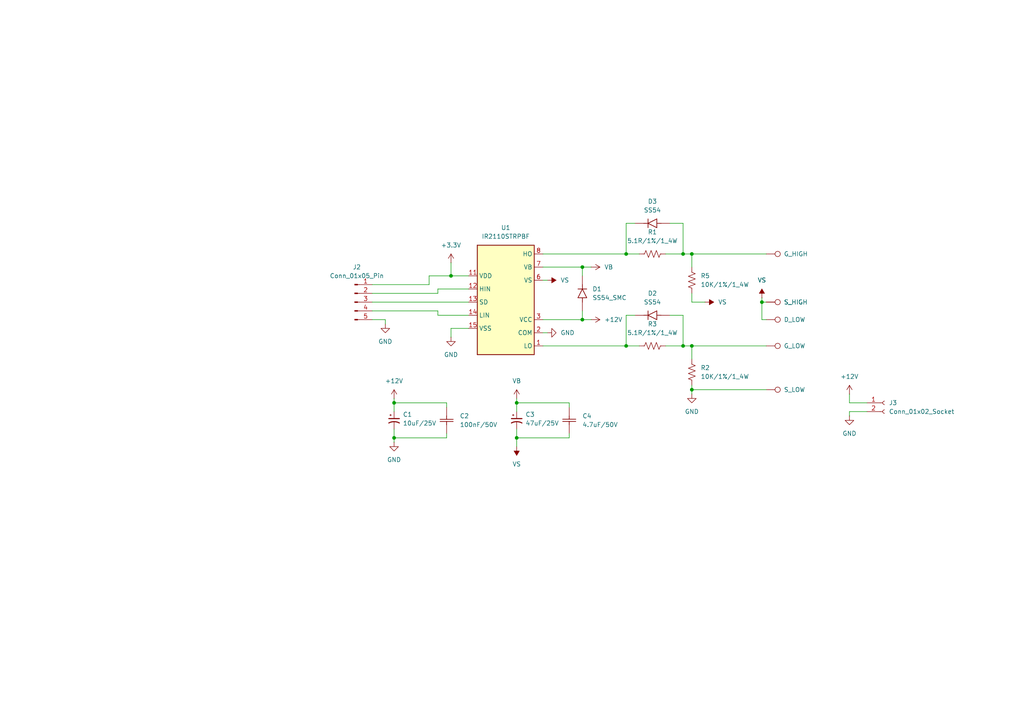
<source format=kicad_sch>
(kicad_sch
	(version 20231120)
	(generator "eeschema")
	(generator_version "8.0")
	(uuid "f877aced-cfa2-49b9-907f-fdda34a0fe2b")
	(paper "A4")
	(lib_symbols
		(symbol "Connector:Conn_01x02_Socket"
			(pin_names
				(offset 1.016) hide)
			(exclude_from_sim no)
			(in_bom yes)
			(on_board yes)
			(property "Reference" "J"
				(at 0 2.54 0)
				(effects
					(font
						(size 1.27 1.27)
					)
				)
			)
			(property "Value" "Conn_01x02_Socket"
				(at 0 -5.08 0)
				(effects
					(font
						(size 1.27 1.27)
					)
				)
			)
			(property "Footprint" ""
				(at 0 0 0)
				(effects
					(font
						(size 1.27 1.27)
					)
					(hide yes)
				)
			)
			(property "Datasheet" "~"
				(at 0 0 0)
				(effects
					(font
						(size 1.27 1.27)
					)
					(hide yes)
				)
			)
			(property "Description" "Generic connector, single row, 01x02, script generated"
				(at 0 0 0)
				(effects
					(font
						(size 1.27 1.27)
					)
					(hide yes)
				)
			)
			(property "ki_locked" ""
				(at 0 0 0)
				(effects
					(font
						(size 1.27 1.27)
					)
				)
			)
			(property "ki_keywords" "connector"
				(at 0 0 0)
				(effects
					(font
						(size 1.27 1.27)
					)
					(hide yes)
				)
			)
			(property "ki_fp_filters" "Connector*:*_1x??_*"
				(at 0 0 0)
				(effects
					(font
						(size 1.27 1.27)
					)
					(hide yes)
				)
			)
			(symbol "Conn_01x02_Socket_1_1"
				(arc
					(start 0 -2.032)
					(mid -0.5058 -2.54)
					(end 0 -3.048)
					(stroke
						(width 0.1524)
						(type default)
					)
					(fill
						(type none)
					)
				)
				(polyline
					(pts
						(xy -1.27 -2.54) (xy -0.508 -2.54)
					)
					(stroke
						(width 0.1524)
						(type default)
					)
					(fill
						(type none)
					)
				)
				(polyline
					(pts
						(xy -1.27 0) (xy -0.508 0)
					)
					(stroke
						(width 0.1524)
						(type default)
					)
					(fill
						(type none)
					)
				)
				(arc
					(start 0 0.508)
					(mid -0.5058 0)
					(end 0 -0.508)
					(stroke
						(width 0.1524)
						(type default)
					)
					(fill
						(type none)
					)
				)
				(pin passive line
					(at -5.08 0 0)
					(length 3.81)
					(name "Pin_1"
						(effects
							(font
								(size 1.27 1.27)
							)
						)
					)
					(number "1"
						(effects
							(font
								(size 1.27 1.27)
							)
						)
					)
				)
				(pin passive line
					(at -5.08 -2.54 0)
					(length 3.81)
					(name "Pin_2"
						(effects
							(font
								(size 1.27 1.27)
							)
						)
					)
					(number "2"
						(effects
							(font
								(size 1.27 1.27)
							)
						)
					)
				)
			)
		)
		(symbol "Connector:Conn_01x05_Pin"
			(pin_names
				(offset 1.016) hide)
			(exclude_from_sim no)
			(in_bom yes)
			(on_board yes)
			(property "Reference" "J"
				(at 0 7.62 0)
				(effects
					(font
						(size 1.27 1.27)
					)
				)
			)
			(property "Value" "Conn_01x05_Pin"
				(at 0 -7.62 0)
				(effects
					(font
						(size 1.27 1.27)
					)
				)
			)
			(property "Footprint" ""
				(at 0 0 0)
				(effects
					(font
						(size 1.27 1.27)
					)
					(hide yes)
				)
			)
			(property "Datasheet" "~"
				(at 0 0 0)
				(effects
					(font
						(size 1.27 1.27)
					)
					(hide yes)
				)
			)
			(property "Description" "Generic connector, single row, 01x05, script generated"
				(at 0 0 0)
				(effects
					(font
						(size 1.27 1.27)
					)
					(hide yes)
				)
			)
			(property "ki_locked" ""
				(at 0 0 0)
				(effects
					(font
						(size 1.27 1.27)
					)
				)
			)
			(property "ki_keywords" "connector"
				(at 0 0 0)
				(effects
					(font
						(size 1.27 1.27)
					)
					(hide yes)
				)
			)
			(property "ki_fp_filters" "Connector*:*_1x??_*"
				(at 0 0 0)
				(effects
					(font
						(size 1.27 1.27)
					)
					(hide yes)
				)
			)
			(symbol "Conn_01x05_Pin_1_1"
				(polyline
					(pts
						(xy 1.27 -5.08) (xy 0.8636 -5.08)
					)
					(stroke
						(width 0.1524)
						(type default)
					)
					(fill
						(type none)
					)
				)
				(polyline
					(pts
						(xy 1.27 -2.54) (xy 0.8636 -2.54)
					)
					(stroke
						(width 0.1524)
						(type default)
					)
					(fill
						(type none)
					)
				)
				(polyline
					(pts
						(xy 1.27 0) (xy 0.8636 0)
					)
					(stroke
						(width 0.1524)
						(type default)
					)
					(fill
						(type none)
					)
				)
				(polyline
					(pts
						(xy 1.27 2.54) (xy 0.8636 2.54)
					)
					(stroke
						(width 0.1524)
						(type default)
					)
					(fill
						(type none)
					)
				)
				(polyline
					(pts
						(xy 1.27 5.08) (xy 0.8636 5.08)
					)
					(stroke
						(width 0.1524)
						(type default)
					)
					(fill
						(type none)
					)
				)
				(rectangle
					(start 0.8636 -4.953)
					(end 0 -5.207)
					(stroke
						(width 0.1524)
						(type default)
					)
					(fill
						(type outline)
					)
				)
				(rectangle
					(start 0.8636 -2.413)
					(end 0 -2.667)
					(stroke
						(width 0.1524)
						(type default)
					)
					(fill
						(type outline)
					)
				)
				(rectangle
					(start 0.8636 0.127)
					(end 0 -0.127)
					(stroke
						(width 0.1524)
						(type default)
					)
					(fill
						(type outline)
					)
				)
				(rectangle
					(start 0.8636 2.667)
					(end 0 2.413)
					(stroke
						(width 0.1524)
						(type default)
					)
					(fill
						(type outline)
					)
				)
				(rectangle
					(start 0.8636 5.207)
					(end 0 4.953)
					(stroke
						(width 0.1524)
						(type default)
					)
					(fill
						(type outline)
					)
				)
				(pin passive line
					(at 5.08 5.08 180)
					(length 3.81)
					(name "Pin_1"
						(effects
							(font
								(size 1.27 1.27)
							)
						)
					)
					(number "1"
						(effects
							(font
								(size 1.27 1.27)
							)
						)
					)
				)
				(pin passive line
					(at 5.08 2.54 180)
					(length 3.81)
					(name "Pin_2"
						(effects
							(font
								(size 1.27 1.27)
							)
						)
					)
					(number "2"
						(effects
							(font
								(size 1.27 1.27)
							)
						)
					)
				)
				(pin passive line
					(at 5.08 0 180)
					(length 3.81)
					(name "Pin_3"
						(effects
							(font
								(size 1.27 1.27)
							)
						)
					)
					(number "3"
						(effects
							(font
								(size 1.27 1.27)
							)
						)
					)
				)
				(pin passive line
					(at 5.08 -2.54 180)
					(length 3.81)
					(name "Pin_4"
						(effects
							(font
								(size 1.27 1.27)
							)
						)
					)
					(number "4"
						(effects
							(font
								(size 1.27 1.27)
							)
						)
					)
				)
				(pin passive line
					(at 5.08 -5.08 180)
					(length 3.81)
					(name "Pin_5"
						(effects
							(font
								(size 1.27 1.27)
							)
						)
					)
					(number "5"
						(effects
							(font
								(size 1.27 1.27)
							)
						)
					)
				)
			)
		)
		(symbol "Connector:TestPoint"
			(pin_numbers hide)
			(pin_names
				(offset 0.762) hide)
			(exclude_from_sim no)
			(in_bom yes)
			(on_board yes)
			(property "Reference" "TP"
				(at 0 6.858 0)
				(effects
					(font
						(size 1.27 1.27)
					)
				)
			)
			(property "Value" "TestPoint"
				(at 0 5.08 0)
				(effects
					(font
						(size 1.27 1.27)
					)
				)
			)
			(property "Footprint" ""
				(at 5.08 0 0)
				(effects
					(font
						(size 1.27 1.27)
					)
					(hide yes)
				)
			)
			(property "Datasheet" "~"
				(at 5.08 0 0)
				(effects
					(font
						(size 1.27 1.27)
					)
					(hide yes)
				)
			)
			(property "Description" "test point"
				(at 0 0 0)
				(effects
					(font
						(size 1.27 1.27)
					)
					(hide yes)
				)
			)
			(property "ki_keywords" "test point tp"
				(at 0 0 0)
				(effects
					(font
						(size 1.27 1.27)
					)
					(hide yes)
				)
			)
			(property "ki_fp_filters" "Pin* Test*"
				(at 0 0 0)
				(effects
					(font
						(size 1.27 1.27)
					)
					(hide yes)
				)
			)
			(symbol "TestPoint_0_1"
				(circle
					(center 0 3.302)
					(radius 0.762)
					(stroke
						(width 0)
						(type default)
					)
					(fill
						(type none)
					)
				)
			)
			(symbol "TestPoint_1_1"
				(pin passive line
					(at 0 0 90)
					(length 2.54)
					(name "1"
						(effects
							(font
								(size 1.27 1.27)
							)
						)
					)
					(number "1"
						(effects
							(font
								(size 1.27 1.27)
							)
						)
					)
				)
			)
		)
		(symbol "charge_battery_sym_lib:Cap_Polarized_SMD_10uF_25V"
			(pin_numbers hide)
			(pin_names
				(offset 0.254)
			)
			(exclude_from_sim no)
			(in_bom yes)
			(on_board yes)
			(property "Reference" "C"
				(at 0.635 2.54 0)
				(effects
					(font
						(size 1.27 1.27)
					)
					(justify left)
				)
			)
			(property "Value" "10uF/35V"
				(at 0.635 -2.54 0)
				(effects
					(font
						(size 1.27 1.27)
					)
					(justify left)
				)
			)
			(property "Footprint" "Capacitor_SMD:CP_Elec_4x5.4"
				(at 3.302 12.7 0)
				(effects
					(font
						(size 1.27 1.27)
					)
					(hide yes)
				)
			)
			(property "Datasheet" ""
				(at 0.762 12.446 0)
				(effects
					(font
						(size 1.27 1.27)
					)
					(hide yes)
				)
			)
			(property "Description" "Polarized capacitor 10uF 25V, 20%"
				(at -0.762 12.192 0)
				(effects
					(font
						(size 1.27 1.27)
					)
					(hide yes)
				)
			)
			(property "Supply name" "Thegioiic"
				(at 2.032 12.446 0)
				(effects
					(font
						(size 1.27 1.27)
					)
					(hide yes)
				)
			)
			(property "Supply part number" "Tụ Nhôm SMD 10uF 25V 4x5.4mm"
				(at 1.27 12.446 0)
				(effects
					(font
						(size 1.27 1.27)
					)
					(hide yes)
				)
			)
			(property "Supply URL" "https://www.thegioiic.com/tu-nhom-smd-10uf-25v-4x5-4mm"
				(at 2.032 12.7 0)
				(effects
					(font
						(size 1.27 1.27)
					)
					(hide yes)
				)
			)
			(property "ki_fp_filters" "CP_*"
				(at 0 0 0)
				(effects
					(font
						(size 1.27 1.27)
					)
					(hide yes)
				)
			)
			(symbol "Cap_Polarized_SMD_10uF_25V_0_1"
				(polyline
					(pts
						(xy 1.016 -1.27) (xy 1.016 -0.762)
					)
					(stroke
						(width 0)
						(type default)
					)
					(fill
						(type none)
					)
				)
				(polyline
					(pts
						(xy 1.27 -1.016) (xy 0.762 -1.016)
					)
					(stroke
						(width 0)
						(type default)
					)
					(fill
						(type none)
					)
				)
				(polyline
					(pts
						(xy 2.032 -1.524) (xy 2.032 1.524)
					)
					(stroke
						(width 0.3048)
						(type default)
					)
					(fill
						(type none)
					)
				)
				(arc
					(start 3.302 1.524)
					(mid 2.9134 0)
					(end 3.302 -1.524)
					(stroke
						(width 0.3048)
						(type default)
					)
					(fill
						(type none)
					)
				)
			)
			(symbol "Cap_Polarized_SMD_10uF_25V_1_1"
				(pin passive line
					(at 0 0 0)
					(length 2.032)
					(name "~"
						(effects
							(font
								(size 1.27 1.27)
							)
						)
					)
					(number "1"
						(effects
							(font
								(size 1.27 1.27)
							)
						)
					)
				)
				(pin passive line
					(at 5.08 0 180)
					(length 2.032)
					(name "~"
						(effects
							(font
								(size 1.27 1.27)
							)
						)
					)
					(number "2"
						(effects
							(font
								(size 1.27 1.27)
							)
						)
					)
				)
			)
		)
		(symbol "charge_battery_sym_lib:Cap_Polarized_SMD_47uF_25V"
			(pin_numbers hide)
			(pin_names
				(offset 0.254)
			)
			(exclude_from_sim no)
			(in_bom yes)
			(on_board yes)
			(property "Reference" "C"
				(at 0.635 2.54 0)
				(effects
					(font
						(size 1.27 1.27)
					)
					(justify left)
				)
			)
			(property "Value" "47uF/25V"
				(at 0.635 -2.54 0)
				(effects
					(font
						(size 1.27 1.27)
					)
					(justify left)
				)
			)
			(property "Footprint" "Capacitor_SMD:CP_Elec_6.3x5.4"
				(at 3.302 12.7 0)
				(effects
					(font
						(size 1.27 1.27)
					)
					(hide yes)
				)
			)
			(property "Datasheet" "https://www.thegioiic.com/upload/documents/5121f69ada901167d040dfa7ca79f071.pdf"
				(at 0.762 12.446 0)
				(effects
					(font
						(size 1.27 1.27)
					)
					(hide yes)
				)
			)
			(property "Description" "Polarized capacitor 47uF 25V, 20%"
				(at -0.762 12.192 0)
				(effects
					(font
						(size 1.27 1.27)
					)
					(hide yes)
				)
			)
			(property "Supply name" "Thegioiic"
				(at 2.032 12.446 0)
				(effects
					(font
						(size 1.27 1.27)
					)
					(hide yes)
				)
			)
			(property "Supply part number" "SMD 47uF 25V 6.3x5.4mm"
				(at 1.27 12.446 0)
				(effects
					(font
						(size 1.27 1.27)
					)
					(hide yes)
				)
			)
			(property "Supply URL" "https://www.thegioiic.com/tu-nhom-smd-47uf-25v-6-3x5-4mm"
				(at 2.032 12.7 0)
				(effects
					(font
						(size 1.27 1.27)
					)
					(hide yes)
				)
			)
			(property "ki_fp_filters" "CP_*"
				(at 0 0 0)
				(effects
					(font
						(size 1.27 1.27)
					)
					(hide yes)
				)
			)
			(symbol "Cap_Polarized_SMD_47uF_25V_0_1"
				(polyline
					(pts
						(xy 1.016 -1.27) (xy 1.016 -0.762)
					)
					(stroke
						(width 0)
						(type default)
					)
					(fill
						(type none)
					)
				)
				(polyline
					(pts
						(xy 1.27 -1.016) (xy 0.762 -1.016)
					)
					(stroke
						(width 0)
						(type default)
					)
					(fill
						(type none)
					)
				)
				(polyline
					(pts
						(xy 2.032 -1.524) (xy 2.032 1.524)
					)
					(stroke
						(width 0.3048)
						(type default)
					)
					(fill
						(type none)
					)
				)
				(arc
					(start 3.302 1.524)
					(mid 2.9134 0)
					(end 3.302 -1.524)
					(stroke
						(width 0.3048)
						(type default)
					)
					(fill
						(type none)
					)
				)
			)
			(symbol "Cap_Polarized_SMD_47uF_25V_1_1"
				(pin passive line
					(at 0 0 0)
					(length 2.032)
					(name "~"
						(effects
							(font
								(size 1.27 1.27)
							)
						)
					)
					(number "1"
						(effects
							(font
								(size 1.27 1.27)
							)
						)
					)
				)
				(pin passive line
					(at 5.08 0 180)
					(length 2.032)
					(name "~"
						(effects
							(font
								(size 1.27 1.27)
							)
						)
					)
					(number "2"
						(effects
							(font
								(size 1.27 1.27)
							)
						)
					)
				)
			)
		)
		(symbol "charge_battery_sym_lib:Ceramic_Cap_SMD_100nF_50V_1206"
			(pin_numbers hide)
			(pin_names hide)
			(exclude_from_sim no)
			(in_bom yes)
			(on_board yes)
			(property "Reference" "C"
				(at 1.016 2.794 0)
				(effects
					(font
						(size 1.27 1.27)
					)
				)
			)
			(property "Value" "100nF/50V"
				(at 0.254 5.334 0)
				(effects
					(font
						(size 1.27 1.27)
					)
				)
			)
			(property "Footprint" "charge_battery_footprint_lib:Ceramic_Cap_1206"
				(at -0.254 5.08 0)
				(effects
					(font
						(size 1.27 1.27)
					)
					(hide yes)
				)
			)
			(property "Datasheet" ""
				(at 0.254 5.08 0)
				(effects
					(font
						(size 1.27 1.27)
					)
					(hide yes)
				)
			)
			(property "Description" "10%, 1206 (3216 Metric)"
				(at 1.016 5.588 0)
				(effects
					(font
						(size 1.27 1.27)
					)
					(hide yes)
				)
			)
			(property "Supply name" "Thegioiic"
				(at 1.27 5.08 0)
				(effects
					(font
						(size 1.27 1.27)
					)
					(hide yes)
				)
			)
			(property "Supply part number" "Tụ Gốm 1206 100nF (0.1uF) 50V"
				(at 1.27 5.588 0)
				(effects
					(font
						(size 1.27 1.27)
					)
					(hide yes)
				)
			)
			(property "Supply URL" "https://www.thegioiic.com/tu-gom-0805-100nf-0-1uf-50v"
				(at 0 5.08 0)
				(effects
					(font
						(size 1.27 1.27)
					)
					(hide yes)
				)
			)
			(symbol "Ceramic_Cap_SMD_100nF_50V_1206_1_1"
				(polyline
					(pts
						(xy 1.27 0) (xy 2.2098 0)
					)
					(stroke
						(width 0.2032)
						(type default)
					)
					(fill
						(type none)
					)
				)
				(polyline
					(pts
						(xy 2.2098 -1.905) (xy 2.2098 1.905)
					)
					(stroke
						(width 0.2032)
						(type default)
					)
					(fill
						(type none)
					)
				)
				(polyline
					(pts
						(xy 2.8448 -1.905) (xy 2.8448 1.905)
					)
					(stroke
						(width 0.2032)
						(type default)
					)
					(fill
						(type none)
					)
				)
				(polyline
					(pts
						(xy 2.8448 0) (xy 3.81 0)
					)
					(stroke
						(width 0.2032)
						(type default)
					)
					(fill
						(type none)
					)
				)
				(pin unspecified line
					(at -1.27 0 0)
					(length 2.54)
					(name ""
						(effects
							(font
								(size 1.27 1.27)
							)
						)
					)
					(number "1"
						(effects
							(font
								(size 1.27 1.27)
							)
						)
					)
				)
				(pin unspecified line
					(at 6.35 0 180)
					(length 2.54)
					(name ""
						(effects
							(font
								(size 1.27 1.27)
							)
						)
					)
					(number "2"
						(effects
							(font
								(size 1.27 1.27)
							)
						)
					)
				)
			)
		)
		(symbol "charge_battery_sym_lib:Ceramic_Cap_SMD_4.7uF_50V_1206"
			(pin_numbers hide)
			(pin_names hide)
			(exclude_from_sim no)
			(in_bom yes)
			(on_board yes)
			(property "Reference" "C"
				(at 2.286 2.794 0)
				(effects
					(font
						(size 1.27 1.27)
					)
				)
			)
			(property "Value" "4.7uF/50V"
				(at 0.254 5.334 0)
				(effects
					(font
						(size 1.27 1.27)
					)
				)
			)
			(property "Footprint" "charge_battery_footprint_lib:Ceramic_Cap_1206"
				(at -0.254 5.08 0)
				(effects
					(font
						(size 1.27 1.27)
					)
					(hide yes)
				)
			)
			(property "Datasheet" ""
				(at 0.254 5.08 0)
				(effects
					(font
						(size 1.27 1.27)
					)
					(hide yes)
				)
			)
			(property "Description" "10%, 1206 (3216 Metric)"
				(at 1.016 5.588 0)
				(effects
					(font
						(size 1.27 1.27)
					)
					(hide yes)
				)
			)
			(property "Supply name" "Thegioiic"
				(at 1.27 5.08 0)
				(effects
					(font
						(size 1.27 1.27)
					)
					(hide yes)
				)
			)
			(property "Supply part number" "Tụ Gốm 1206 4.7uF 50V"
				(at 1.27 5.588 0)
				(effects
					(font
						(size 1.27 1.27)
					)
					(hide yes)
				)
			)
			(property "Supply URL" "https://www.thegioiic.com/tu-gom-1206-4-7uf-50v"
				(at 0 5.08 0)
				(effects
					(font
						(size 1.27 1.27)
					)
					(hide yes)
				)
			)
			(symbol "Ceramic_Cap_SMD_4.7uF_50V_1206_1_1"
				(polyline
					(pts
						(xy 2.54 0) (xy 3.4798 0)
					)
					(stroke
						(width 0.2032)
						(type default)
					)
					(fill
						(type none)
					)
				)
				(polyline
					(pts
						(xy 3.4798 -1.905) (xy 3.4798 1.905)
					)
					(stroke
						(width 0.2032)
						(type default)
					)
					(fill
						(type none)
					)
				)
				(polyline
					(pts
						(xy 4.1148 -1.905) (xy 4.1148 1.905)
					)
					(stroke
						(width 0.2032)
						(type default)
					)
					(fill
						(type none)
					)
				)
				(polyline
					(pts
						(xy 4.1148 0) (xy 5.08 0)
					)
					(stroke
						(width 0.2032)
						(type default)
					)
					(fill
						(type none)
					)
				)
				(pin unspecified line
					(at 0 0 0)
					(length 2.54)
					(name ""
						(effects
							(font
								(size 1.27 1.27)
							)
						)
					)
					(number "1"
						(effects
							(font
								(size 1.27 1.27)
							)
						)
					)
				)
				(pin unspecified line
					(at 7.62 0 180)
					(length 2.54)
					(name ""
						(effects
							(font
								(size 1.27 1.27)
							)
						)
					)
					(number "2"
						(effects
							(font
								(size 1.27 1.27)
							)
						)
					)
				)
			)
		)
		(symbol "charge_battery_sym_lib:IR2110STRPBF"
			(exclude_from_sim no)
			(in_bom yes)
			(on_board yes)
			(property "Reference" "U"
				(at -0.254 36.83 0)
				(effects
					(font
						(size 1.27 1.27)
					)
					(justify left)
				)
			)
			(property "Value" "IR2110STRPBF"
				(at 0 34.798 0)
				(effects
					(font
						(size 1.27 1.27)
					)
					(justify left)
				)
			)
			(property "Footprint" "charge_battery_footprint_lib:SOP-16"
				(at 8.128 44.196 0)
				(effects
					(font
						(size 1.27 1.27)
						(italic yes)
					)
					(hide yes)
				)
			)
			(property "Datasheet" "https://www.infineon.com/dgdl/Infineon-IR2110-DataSheet-v01_00-EN.pdf?fileId=5546d462533600a4015355c80333167e&redirId=119801"
				(at -3.81 45.212 0)
				(effects
					(font
						(size 1.27 1.27)
					)
					(hide yes)
				)
			)
			(property "Description" "IR2110STRPBF MOSFET 2 Ngõ Ra, 2A, 20V 16-SOIC"
				(at -3.556 44.45 0)
				(effects
					(font
						(size 1.27 1.27)
					)
					(hide yes)
				)
			)
			(property "Supply name" "Thegioiic"
				(at 6.35 44.45 0)
				(effects
					(font
						(size 1.27 1.27)
					)
					(hide yes)
				)
			)
			(property "Supply part number" "IR2110STRPBF MOSFET 2 Ngõ Ra, 2A, 20V 16-SOIC"
				(at 1.524 43.942 0)
				(effects
					(font
						(size 1.27 1.27)
					)
					(hide yes)
				)
			)
			(property "Supply URL" "https://www.thegioiic.com/ir2110strpbf-mosfet-2-ngo-ra-2a-20v-16-soic"
				(at 0.254 44.196 0)
				(effects
					(font
						(size 1.27 1.27)
					)
					(hide yes)
				)
			)
			(property "ki_keywords" "Gate Driver"
				(at 0 0 0)
				(effects
					(font
						(size 1.27 1.27)
					)
					(hide yes)
				)
			)
			(property "ki_fp_filters" "SOIC*3.9x4.9mm*P1.27mm* DIP*W7.62mm*"
				(at 0 0 0)
				(effects
					(font
						(size 1.27 1.27)
					)
					(hide yes)
				)
			)
			(symbol "IR2110STRPBF_0_1"
				(rectangle
					(start 0 31.75)
					(end 16.51 0)
					(stroke
						(width 0.254)
						(type default)
					)
					(fill
						(type background)
					)
				)
			)
			(symbol "IR2110STRPBF_1_1"
				(pin output line
					(at 19.05 2.54 180)
					(length 2.54)
					(name "LO"
						(effects
							(font
								(size 1.27 1.27)
							)
						)
					)
					(number "1"
						(effects
							(font
								(size 1.27 1.27)
							)
						)
					)
				)
				(pin passive line
					(at -2.54 22.86 0)
					(length 2.54)
					(name "VDD"
						(effects
							(font
								(size 1.27 1.27)
							)
						)
					)
					(number "11"
						(effects
							(font
								(size 1.27 1.27)
							)
						)
					)
				)
				(pin input line
					(at -2.54 19.05 0)
					(length 2.54)
					(name "HIN"
						(effects
							(font
								(size 1.27 1.27)
							)
						)
					)
					(number "12"
						(effects
							(font
								(size 1.27 1.27)
							)
						)
					)
				)
				(pin input line
					(at -2.54 15.24 0)
					(length 2.54)
					(name "SD"
						(effects
							(font
								(size 1.27 1.27)
							)
						)
					)
					(number "13"
						(effects
							(font
								(size 1.27 1.27)
							)
						)
					)
				)
				(pin input line
					(at -2.54 11.43 0)
					(length 2.54)
					(name "LIN"
						(effects
							(font
								(size 1.27 1.27)
							)
						)
					)
					(number "14"
						(effects
							(font
								(size 1.27 1.27)
							)
						)
					)
				)
				(pin power_in line
					(at -2.54 7.62 0)
					(length 2.54)
					(name "VSS"
						(effects
							(font
								(size 1.27 1.27)
							)
						)
					)
					(number "15"
						(effects
							(font
								(size 1.27 1.27)
							)
						)
					)
				)
				(pin power_in line
					(at 19.05 6.35 180)
					(length 2.54)
					(name "COM"
						(effects
							(font
								(size 1.27 1.27)
							)
						)
					)
					(number "2"
						(effects
							(font
								(size 1.27 1.27)
							)
						)
					)
				)
				(pin input line
					(at 19.05 10.16 180)
					(length 2.54)
					(name "VCC"
						(effects
							(font
								(size 1.27 1.27)
							)
						)
					)
					(number "3"
						(effects
							(font
								(size 1.27 1.27)
							)
						)
					)
				)
				(pin passive line
					(at 19.05 21.59 180)
					(length 2.54)
					(name "VS"
						(effects
							(font
								(size 1.27 1.27)
							)
						)
					)
					(number "6"
						(effects
							(font
								(size 1.27 1.27)
							)
						)
					)
				)
				(pin output line
					(at 19.05 25.4 180)
					(length 2.54)
					(name "VB"
						(effects
							(font
								(size 1.27 1.27)
							)
						)
					)
					(number "7"
						(effects
							(font
								(size 1.27 1.27)
							)
						)
					)
				)
				(pin output line
					(at 19.05 29.21 180)
					(length 2.54)
					(name "HO"
						(effects
							(font
								(size 1.27 1.27)
							)
						)
					)
					(number "8"
						(effects
							(font
								(size 1.27 1.27)
							)
						)
					)
				)
			)
		)
		(symbol "charge_battery_sym_lib:Res_10K_1206_1%"
			(pin_numbers hide)
			(pin_names hide)
			(exclude_from_sim no)
			(in_bom yes)
			(on_board yes)
			(property "Reference" "R"
				(at 2.794 3.81 0)
				(effects
					(font
						(size 1.27 1.27)
					)
				)
			)
			(property "Value" "10K/1%/1_4W"
				(at 4.064 -2.54 0)
				(effects
					(font
						(size 1.27 1.27)
					)
				)
			)
			(property "Footprint" "charge_battery_footprint_lib:Res_1206"
				(at 39.878 11.43 90)
				(effects
					(font
						(size 1.27 1.27)
					)
					(hide yes)
				)
			)
			(property "Datasheet" "https://fscdn.rohm.com/en/products/databook/datasheet/passive/resistor/chip_resistor/esr-e.pdf"
				(at 39.624 0.762 90)
				(effects
					(font
						(size 1.27 1.27)
					)
					(hide yes)
				)
			)
			(property "Description" "Res 10 KOhm 1206 1%"
				(at 40.386 6.858 90)
				(effects
					(font
						(size 1.27 1.27)
					)
					(hide yes)
				)
			)
			(property "Supply name" "Thegioiic"
				(at 40.132 12.446 90)
				(effects
					(font
						(size 1.27 1.27)
					)
					(hide yes)
				)
			)
			(property "Supply part number" "Điện Trở 10 KOhm 1206 1%"
				(at 39.878 13.462 90)
				(effects
					(font
						(size 1.27 1.27)
					)
					(hide yes)
				)
			)
			(property "Supply URL" "https://www.thegioiic.com/dien-tro-10-kohm-1206-1-"
				(at 41.148 20.574 90)
				(effects
					(font
						(size 1.27 1.27)
					)
					(hide yes)
				)
			)
			(property "ki_keywords" "Res_10K_0603_1%"
				(at 0 0 0)
				(effects
					(font
						(size 1.27 1.27)
					)
					(hide yes)
				)
			)
			(symbol "Res_10K_1206_1%_0_1"
				(polyline
					(pts
						(xy 1.524 0) (xy 1.27 0)
					)
					(stroke
						(width 0)
						(type default)
					)
					(fill
						(type none)
					)
				)
				(polyline
					(pts
						(xy 6.096 0) (xy 6.35 0)
					)
					(stroke
						(width 0)
						(type default)
					)
					(fill
						(type none)
					)
				)
				(polyline
					(pts
						(xy 1.524 0) (xy 1.905 1.016) (xy 2.286 0) (xy 2.667 -1.016) (xy 3.048 0)
					)
					(stroke
						(width 0)
						(type default)
					)
					(fill
						(type none)
					)
				)
				(polyline
					(pts
						(xy 3.048 0) (xy 3.429 1.016) (xy 3.81 0) (xy 4.191 -1.016) (xy 4.572 0)
					)
					(stroke
						(width 0)
						(type default)
					)
					(fill
						(type none)
					)
				)
				(polyline
					(pts
						(xy 4.572 0) (xy 4.953 1.016) (xy 5.334 0) (xy 5.715 -1.016) (xy 6.096 0)
					)
					(stroke
						(width 0)
						(type default)
					)
					(fill
						(type none)
					)
				)
			)
			(symbol "Res_10K_1206_1%_1_1"
				(pin passive line
					(at 0 0 0)
					(length 1.27)
					(name "~"
						(effects
							(font
								(size 1.27 1.27)
							)
						)
					)
					(number "1"
						(effects
							(font
								(size 1.27 1.27)
							)
						)
					)
				)
				(pin passive line
					(at 7.62 0 180)
					(length 1.27)
					(name "~"
						(effects
							(font
								(size 1.27 1.27)
							)
						)
					)
					(number "2"
						(effects
							(font
								(size 1.27 1.27)
							)
						)
					)
				)
			)
		)
		(symbol "charge_battery_sym_lib:Res_5.1R_1206_1%"
			(pin_numbers hide)
			(pin_names hide)
			(exclude_from_sim no)
			(in_bom yes)
			(on_board yes)
			(property "Reference" "R"
				(at 3.556 2.54 0)
				(effects
					(font
						(size 1.27 1.27)
					)
				)
			)
			(property "Value" "5.1R/1%/1_4W"
				(at 4.064 -2.54 0)
				(effects
					(font
						(size 1.27 1.27)
					)
				)
			)
			(property "Footprint" "charge_battery_footprint_lib:Res_1206"
				(at 18.288 -15.494 0)
				(effects
					(font
						(size 1.27 1.27)
					)
					(hide yes)
				)
			)
			(property "Datasheet" ""
				(at 7.62 -15.24 0)
				(effects
					(font
						(size 1.27 1.27)
					)
					(hide yes)
				)
			)
			(property "Description" "Res 5.1 Ohm 1206 1%"
				(at 13.716 -16.002 0)
				(effects
					(font
						(size 1.27 1.27)
					)
					(hide yes)
				)
			)
			(property "Supply name" "Ban Linh Kien"
				(at 19.304 -15.748 0)
				(effects
					(font
						(size 1.27 1.27)
					)
					(hide yes)
				)
			)
			(property "Supply part number" "Trở 1206 1% 5.1R (50c)"
				(at 20.32 -15.494 0)
				(effects
					(font
						(size 1.27 1.27)
					)
					(hide yes)
				)
			)
			(property "Supply URL" "https://banlinhkien.com/tro-1206-1-5.1r-50c-p12117405.html"
				(at 27.432 -16.764 0)
				(effects
					(font
						(size 1.27 1.27)
					)
					(hide yes)
				)
			)
			(symbol "Res_5.1R_1206_1%_0_1"
				(polyline
					(pts
						(xy 1.524 0) (xy 1.27 0)
					)
					(stroke
						(width 0)
						(type default)
					)
					(fill
						(type none)
					)
				)
				(polyline
					(pts
						(xy 6.096 0) (xy 6.35 0)
					)
					(stroke
						(width 0)
						(type default)
					)
					(fill
						(type none)
					)
				)
				(polyline
					(pts
						(xy 1.524 0) (xy 1.905 1.016) (xy 2.286 0) (xy 2.667 -1.016) (xy 3.048 0)
					)
					(stroke
						(width 0)
						(type default)
					)
					(fill
						(type none)
					)
				)
				(polyline
					(pts
						(xy 3.048 0) (xy 3.429 1.016) (xy 3.81 0) (xy 4.191 -1.016) (xy 4.572 0)
					)
					(stroke
						(width 0)
						(type default)
					)
					(fill
						(type none)
					)
				)
				(polyline
					(pts
						(xy 4.572 0) (xy 4.953 1.016) (xy 5.334 0) (xy 5.715 -1.016) (xy 6.096 0)
					)
					(stroke
						(width 0)
						(type default)
					)
					(fill
						(type none)
					)
				)
			)
			(symbol "Res_5.1R_1206_1%_1_1"
				(pin passive line
					(at 0 0 0)
					(length 1.27)
					(name "~"
						(effects
							(font
								(size 1.27 1.27)
							)
						)
					)
					(number "1"
						(effects
							(font
								(size 1.27 1.27)
							)
						)
					)
				)
				(pin passive line
					(at 7.62 0 180)
					(length 1.27)
					(name "~"
						(effects
							(font
								(size 1.27 1.27)
							)
						)
					)
					(number "2"
						(effects
							(font
								(size 1.27 1.27)
							)
						)
					)
				)
			)
		)
		(symbol "charge_battery_sym_lib:SS54"
			(pin_numbers hide)
			(pin_names hide)
			(exclude_from_sim no)
			(in_bom yes)
			(on_board yes)
			(property "Reference" "D"
				(at -1.016 2.286 0)
				(effects
					(font
						(size 1.27 1.27)
					)
				)
			)
			(property "Value" "SS54"
				(at 2.54 -2.794 0)
				(effects
					(font
						(size 1.27 1.27)
					)
				)
			)
			(property "Footprint" "charge_battery_footprint_lib:D_SMA"
				(at 3.048 7.366 0)
				(effects
					(font
						(size 1.27 1.27)
					)
					(hide yes)
				)
			)
			(property "Datasheet" "https://www.thegioiic.com/upload/documents/dc8a63b3eda4738bc390d9dc570a4e18.pdf"
				(at -7.874 7.112 0)
				(effects
					(font
						(size 1.27 1.27)
					)
					(hide yes)
				)
			)
			(property "Description" "Diode Shotky SS54 1N5824 5A 40V"
				(at -3.048 7.112 0)
				(effects
					(font
						(size 1.27 1.27)
					)
					(hide yes)
				)
			)
			(property "Supply name" "Thegioiic"
				(at 1.016 7.112 0)
				(effects
					(font
						(size 1.27 1.27)
					)
					(hide yes)
				)
			)
			(property "Supply part number" "SS54 SMA Diode Shotky 5A 40V"
				(at -1.016 6.858 0)
				(effects
					(font
						(size 1.27 1.27)
					)
					(hide yes)
				)
			)
			(property "Supply URL" "https://www.thegioiic.com/ss54-sma-diode-shotky-5a-40v"
				(at -7.874 7.112 0)
				(effects
					(font
						(size 1.27 1.27)
					)
					(hide yes)
				)
			)
			(symbol "SS54_0_1"
				(polyline
					(pts
						(xy -1.27 0) (xy -0.127 0)
					)
					(stroke
						(width 0.2032)
						(type default)
					)
					(fill
						(type none)
					)
				)
				(polyline
					(pts
						(xy 0 -1.27) (xy 2.54 0)
					)
					(stroke
						(width 0.2032)
						(type default)
					)
					(fill
						(type none)
					)
				)
				(polyline
					(pts
						(xy 0 1.27) (xy 0 -1.27)
					)
					(stroke
						(width 0.2032)
						(type default)
					)
					(fill
						(type none)
					)
				)
				(polyline
					(pts
						(xy 2.54 -1.27) (xy 2.54 1.27)
					)
					(stroke
						(width 0.2032)
						(type default)
					)
					(fill
						(type none)
					)
				)
				(polyline
					(pts
						(xy 2.54 0) (xy 0 1.27)
					)
					(stroke
						(width 0.2032)
						(type default)
					)
					(fill
						(type none)
					)
				)
				(polyline
					(pts
						(xy 2.54 0) (xy 3.81 0)
					)
					(stroke
						(width 0.2032)
						(type default)
					)
					(fill
						(type none)
					)
				)
			)
			(symbol "SS54_1_1"
				(pin unspecified line
					(at -3.81 0 0)
					(length 2.54)
					(name "A"
						(effects
							(font
								(size 1.27 1.27)
							)
						)
					)
					(number "1"
						(effects
							(font
								(size 1.27 1.27)
							)
						)
					)
				)
				(pin unspecified line
					(at 6.35 0 180)
					(length 2.54)
					(name "K"
						(effects
							(font
								(size 1.27 1.27)
							)
						)
					)
					(number "2"
						(effects
							(font
								(size 1.27 1.27)
							)
						)
					)
				)
			)
		)
		(symbol "charge_battery_sym_lib:SS54_SMC"
			(pin_numbers hide)
			(pin_names hide)
			(exclude_from_sim no)
			(in_bom yes)
			(on_board yes)
			(property "Reference" "D"
				(at -1.016 2.286 0)
				(effects
					(font
						(size 1.27 1.27)
					)
				)
			)
			(property "Value" "SS54_SMC"
				(at 2.54 -2.794 0)
				(effects
					(font
						(size 1.27 1.27)
					)
				)
			)
			(property "Footprint" "charge_battery_footprint_lib:D_SMC"
				(at 3.048 7.366 0)
				(effects
					(font
						(size 1.27 1.27)
					)
					(hide yes)
				)
			)
			(property "Datasheet" ""
				(at -7.874 7.112 0)
				(effects
					(font
						(size 1.27 1.27)
					)
					(hide yes)
				)
			)
			(property "Description" "5.0 A /40V Schottky Barrier Rectifiers"
				(at -3.048 7.112 0)
				(effects
					(font
						(size 1.27 1.27)
					)
					(hide yes)
				)
			)
			(property "Supply name" "tme"
				(at 1.016 7.112 0)
				(effects
					(font
						(size 1.27 1.27)
					)
					(hide yes)
				)
			)
			(property "Supply part number" "5A 40V Schottky Barrier Diode SMC"
				(at -1.016 6.858 0)
				(effects
					(font
						(size 1.27 1.27)
					)
					(hide yes)
				)
			)
			(property "Supply URL" "http://www.tme.vn/Product.aspx?id=2307#page=pro_info"
				(at -7.874 7.112 0)
				(effects
					(font
						(size 1.27 1.27)
					)
					(hide yes)
				)
			)
			(symbol "SS54_SMC_0_1"
				(polyline
					(pts
						(xy -1.27 0) (xy -0.127 0)
					)
					(stroke
						(width 0.2032)
						(type default)
					)
					(fill
						(type none)
					)
				)
				(polyline
					(pts
						(xy 0 -1.27) (xy 2.54 0)
					)
					(stroke
						(width 0.2032)
						(type default)
					)
					(fill
						(type none)
					)
				)
				(polyline
					(pts
						(xy 0 1.27) (xy 0 -1.27)
					)
					(stroke
						(width 0.2032)
						(type default)
					)
					(fill
						(type none)
					)
				)
				(polyline
					(pts
						(xy 2.54 -1.27) (xy 2.54 1.27)
					)
					(stroke
						(width 0.2032)
						(type default)
					)
					(fill
						(type none)
					)
				)
				(polyline
					(pts
						(xy 2.54 0) (xy 0 1.27)
					)
					(stroke
						(width 0.2032)
						(type default)
					)
					(fill
						(type none)
					)
				)
				(polyline
					(pts
						(xy 2.54 0) (xy 3.81 0)
					)
					(stroke
						(width 0.2032)
						(type default)
					)
					(fill
						(type none)
					)
				)
			)
			(symbol "SS54_SMC_1_1"
				(pin unspecified line
					(at -3.81 0 0)
					(length 2.54)
					(name "A"
						(effects
							(font
								(size 1.27 1.27)
							)
						)
					)
					(number "1"
						(effects
							(font
								(size 1.27 1.27)
							)
						)
					)
				)
				(pin unspecified line
					(at 6.35 0 180)
					(length 2.54)
					(name "K"
						(effects
							(font
								(size 1.27 1.27)
							)
						)
					)
					(number "2"
						(effects
							(font
								(size 1.27 1.27)
							)
						)
					)
				)
			)
		)
		(symbol "power:+12V"
			(power)
			(pin_numbers hide)
			(pin_names
				(offset 0) hide)
			(exclude_from_sim no)
			(in_bom yes)
			(on_board yes)
			(property "Reference" "#PWR"
				(at 0 -3.81 0)
				(effects
					(font
						(size 1.27 1.27)
					)
					(hide yes)
				)
			)
			(property "Value" "+12V"
				(at 0 3.556 0)
				(effects
					(font
						(size 1.27 1.27)
					)
				)
			)
			(property "Footprint" ""
				(at 0 0 0)
				(effects
					(font
						(size 1.27 1.27)
					)
					(hide yes)
				)
			)
			(property "Datasheet" ""
				(at 0 0 0)
				(effects
					(font
						(size 1.27 1.27)
					)
					(hide yes)
				)
			)
			(property "Description" "Power symbol creates a global label with name \"+12V\""
				(at 0 0 0)
				(effects
					(font
						(size 1.27 1.27)
					)
					(hide yes)
				)
			)
			(property "ki_keywords" "global power"
				(at 0 0 0)
				(effects
					(font
						(size 1.27 1.27)
					)
					(hide yes)
				)
			)
			(symbol "+12V_0_1"
				(polyline
					(pts
						(xy -0.762 1.27) (xy 0 2.54)
					)
					(stroke
						(width 0)
						(type default)
					)
					(fill
						(type none)
					)
				)
				(polyline
					(pts
						(xy 0 0) (xy 0 2.54)
					)
					(stroke
						(width 0)
						(type default)
					)
					(fill
						(type none)
					)
				)
				(polyline
					(pts
						(xy 0 2.54) (xy 0.762 1.27)
					)
					(stroke
						(width 0)
						(type default)
					)
					(fill
						(type none)
					)
				)
			)
			(symbol "+12V_1_1"
				(pin power_in line
					(at 0 0 90)
					(length 0)
					(name "~"
						(effects
							(font
								(size 1.27 1.27)
							)
						)
					)
					(number "1"
						(effects
							(font
								(size 1.27 1.27)
							)
						)
					)
				)
			)
		)
		(symbol "power:+3.3V"
			(power)
			(pin_numbers hide)
			(pin_names
				(offset 0) hide)
			(exclude_from_sim no)
			(in_bom yes)
			(on_board yes)
			(property "Reference" "#PWR"
				(at 0 -3.81 0)
				(effects
					(font
						(size 1.27 1.27)
					)
					(hide yes)
				)
			)
			(property "Value" "+3.3V"
				(at 0 3.556 0)
				(effects
					(font
						(size 1.27 1.27)
					)
				)
			)
			(property "Footprint" ""
				(at 0 0 0)
				(effects
					(font
						(size 1.27 1.27)
					)
					(hide yes)
				)
			)
			(property "Datasheet" ""
				(at 0 0 0)
				(effects
					(font
						(size 1.27 1.27)
					)
					(hide yes)
				)
			)
			(property "Description" "Power symbol creates a global label with name \"+3.3V\""
				(at 0 0 0)
				(effects
					(font
						(size 1.27 1.27)
					)
					(hide yes)
				)
			)
			(property "ki_keywords" "global power"
				(at 0 0 0)
				(effects
					(font
						(size 1.27 1.27)
					)
					(hide yes)
				)
			)
			(symbol "+3.3V_0_1"
				(polyline
					(pts
						(xy -0.762 1.27) (xy 0 2.54)
					)
					(stroke
						(width 0)
						(type default)
					)
					(fill
						(type none)
					)
				)
				(polyline
					(pts
						(xy 0 0) (xy 0 2.54)
					)
					(stroke
						(width 0)
						(type default)
					)
					(fill
						(type none)
					)
				)
				(polyline
					(pts
						(xy 0 2.54) (xy 0.762 1.27)
					)
					(stroke
						(width 0)
						(type default)
					)
					(fill
						(type none)
					)
				)
			)
			(symbol "+3.3V_1_1"
				(pin power_in line
					(at 0 0 90)
					(length 0)
					(name "~"
						(effects
							(font
								(size 1.27 1.27)
							)
						)
					)
					(number "1"
						(effects
							(font
								(size 1.27 1.27)
							)
						)
					)
				)
			)
		)
		(symbol "power:GND"
			(power)
			(pin_numbers hide)
			(pin_names
				(offset 0) hide)
			(exclude_from_sim no)
			(in_bom yes)
			(on_board yes)
			(property "Reference" "#PWR"
				(at 0 -6.35 0)
				(effects
					(font
						(size 1.27 1.27)
					)
					(hide yes)
				)
			)
			(property "Value" "GND"
				(at 0 -3.81 0)
				(effects
					(font
						(size 1.27 1.27)
					)
				)
			)
			(property "Footprint" ""
				(at 0 0 0)
				(effects
					(font
						(size 1.27 1.27)
					)
					(hide yes)
				)
			)
			(property "Datasheet" ""
				(at 0 0 0)
				(effects
					(font
						(size 1.27 1.27)
					)
					(hide yes)
				)
			)
			(property "Description" "Power symbol creates a global label with name \"GND\" , ground"
				(at 0 0 0)
				(effects
					(font
						(size 1.27 1.27)
					)
					(hide yes)
				)
			)
			(property "ki_keywords" "global power"
				(at 0 0 0)
				(effects
					(font
						(size 1.27 1.27)
					)
					(hide yes)
				)
			)
			(symbol "GND_0_1"
				(polyline
					(pts
						(xy 0 0) (xy 0 -1.27) (xy 1.27 -1.27) (xy 0 -2.54) (xy -1.27 -1.27) (xy 0 -1.27)
					)
					(stroke
						(width 0)
						(type default)
					)
					(fill
						(type none)
					)
				)
			)
			(symbol "GND_1_1"
				(pin power_in line
					(at 0 0 270)
					(length 0)
					(name "~"
						(effects
							(font
								(size 1.27 1.27)
							)
						)
					)
					(number "1"
						(effects
							(font
								(size 1.27 1.27)
							)
						)
					)
				)
			)
		)
		(symbol "power:VD"
			(power)
			(pin_numbers hide)
			(pin_names
				(offset 0) hide)
			(exclude_from_sim no)
			(in_bom yes)
			(on_board yes)
			(property "Reference" "#PWR"
				(at 0 -3.81 0)
				(effects
					(font
						(size 1.27 1.27)
					)
					(hide yes)
				)
			)
			(property "Value" "VD"
				(at 0 3.556 0)
				(effects
					(font
						(size 1.27 1.27)
					)
				)
			)
			(property "Footprint" ""
				(at 0 0 0)
				(effects
					(font
						(size 1.27 1.27)
					)
					(hide yes)
				)
			)
			(property "Datasheet" ""
				(at 0 0 0)
				(effects
					(font
						(size 1.27 1.27)
					)
					(hide yes)
				)
			)
			(property "Description" "Power symbol creates a global label with name \"VD\""
				(at 0 0 0)
				(effects
					(font
						(size 1.27 1.27)
					)
					(hide yes)
				)
			)
			(property "ki_keywords" "global power"
				(at 0 0 0)
				(effects
					(font
						(size 1.27 1.27)
					)
					(hide yes)
				)
			)
			(symbol "VD_0_1"
				(polyline
					(pts
						(xy -0.762 1.27) (xy 0 2.54)
					)
					(stroke
						(width 0)
						(type default)
					)
					(fill
						(type none)
					)
				)
				(polyline
					(pts
						(xy 0 0) (xy 0 2.54)
					)
					(stroke
						(width 0)
						(type default)
					)
					(fill
						(type none)
					)
				)
				(polyline
					(pts
						(xy 0 2.54) (xy 0.762 1.27)
					)
					(stroke
						(width 0)
						(type default)
					)
					(fill
						(type none)
					)
				)
			)
			(symbol "VD_1_1"
				(pin power_in line
					(at 0 0 90)
					(length 0)
					(name "~"
						(effects
							(font
								(size 1.27 1.27)
							)
						)
					)
					(number "1"
						(effects
							(font
								(size 1.27 1.27)
							)
						)
					)
				)
			)
		)
		(symbol "power:VS"
			(power)
			(pin_numbers hide)
			(pin_names
				(offset 0) hide)
			(exclude_from_sim no)
			(in_bom yes)
			(on_board yes)
			(property "Reference" "#PWR"
				(at 0 -3.81 0)
				(effects
					(font
						(size 1.27 1.27)
					)
					(hide yes)
				)
			)
			(property "Value" "VS"
				(at 0 3.556 0)
				(effects
					(font
						(size 1.27 1.27)
					)
				)
			)
			(property "Footprint" ""
				(at 0 0 0)
				(effects
					(font
						(size 1.27 1.27)
					)
					(hide yes)
				)
			)
			(property "Datasheet" ""
				(at 0 0 0)
				(effects
					(font
						(size 1.27 1.27)
					)
					(hide yes)
				)
			)
			(property "Description" "Power symbol creates a global label with name \"VS\""
				(at 0 0 0)
				(effects
					(font
						(size 1.27 1.27)
					)
					(hide yes)
				)
			)
			(property "ki_keywords" "global power"
				(at 0 0 0)
				(effects
					(font
						(size 1.27 1.27)
					)
					(hide yes)
				)
			)
			(symbol "VS_0_1"
				(polyline
					(pts
						(xy 0 0) (xy 0 2.54)
					)
					(stroke
						(width 0)
						(type default)
					)
					(fill
						(type none)
					)
				)
				(polyline
					(pts
						(xy 0.762 1.27) (xy -0.762 1.27) (xy 0 2.54) (xy 0.762 1.27)
					)
					(stroke
						(width 0)
						(type default)
					)
					(fill
						(type outline)
					)
				)
			)
			(symbol "VS_1_1"
				(pin power_in line
					(at 0 0 90)
					(length 0)
					(name "~"
						(effects
							(font
								(size 1.27 1.27)
							)
						)
					)
					(number "1"
						(effects
							(font
								(size 1.27 1.27)
							)
						)
					)
				)
			)
		)
	)
	(junction
		(at 149.86 127)
		(diameter 0)
		(color 0 0 0 0)
		(uuid "103e4a53-7a1d-4951-a6a6-dac4250b63e7")
	)
	(junction
		(at 200.66 73.66)
		(diameter 0)
		(color 0 0 0 0)
		(uuid "59d01146-8b83-4b30-af6e-e241060d7deb")
	)
	(junction
		(at 114.3 127)
		(diameter 0)
		(color 0 0 0 0)
		(uuid "5b6f99a2-c451-44a6-ab70-5c6cf358f65e")
	)
	(junction
		(at 114.3 116.84)
		(diameter 0)
		(color 0 0 0 0)
		(uuid "5f632df4-a61a-49bc-a445-215aa5b52776")
	)
	(junction
		(at 200.66 100.33)
		(diameter 0)
		(color 0 0 0 0)
		(uuid "8951e2cb-f435-4dcf-8603-2aff97c64b8e")
	)
	(junction
		(at 149.86 116.84)
		(diameter 0)
		(color 0 0 0 0)
		(uuid "94a944a5-7401-49c6-b408-3e3dac1e610c")
	)
	(junction
		(at 198.12 100.33)
		(diameter 0)
		(color 0 0 0 0)
		(uuid "98780784-29c9-4613-a022-43ecdf9ede80")
	)
	(junction
		(at 181.61 73.66)
		(diameter 0)
		(color 0 0 0 0)
		(uuid "9ec2eaa0-1e23-4d57-aaca-7ce8c48a710b")
	)
	(junction
		(at 181.61 100.33)
		(diameter 0)
		(color 0 0 0 0)
		(uuid "a681274e-7a96-44a3-8d9c-17d842ce0edc")
	)
	(junction
		(at 200.66 113.03)
		(diameter 0)
		(color 0 0 0 0)
		(uuid "b89b5f86-82b0-47f4-ae77-7a7ca5d14882")
	)
	(junction
		(at 168.91 77.47)
		(diameter 0)
		(color 0 0 0 0)
		(uuid "be03a8f9-6965-4bb5-bb76-370ecd0c5015")
	)
	(junction
		(at 168.91 92.71)
		(diameter 0)
		(color 0 0 0 0)
		(uuid "d8c3fa90-071d-4378-8ce0-a767084ecc4f")
	)
	(junction
		(at 130.81 80.01)
		(diameter 0)
		(color 0 0 0 0)
		(uuid "db3e089d-714d-4aeb-b3aa-1da8dbc168f4")
	)
	(junction
		(at 198.12 73.66)
		(diameter 0)
		(color 0 0 0 0)
		(uuid "e0201aa3-9751-4812-a1a2-d6d1a9847215")
	)
	(junction
		(at 220.98 87.63)
		(diameter 0)
		(color 0 0 0 0)
		(uuid "f104050d-bb25-4f00-87da-5558e1c30107")
	)
	(wire
		(pts
			(xy 251.46 119.38) (xy 246.38 119.38)
		)
		(stroke
			(width 0)
			(type default)
		)
		(uuid "00e2a302-4247-49d7-8616-2862d72c4bb8")
	)
	(wire
		(pts
			(xy 168.91 90.17) (xy 168.91 92.71)
		)
		(stroke
			(width 0)
			(type default)
		)
		(uuid "0199953f-841e-4a15-b9f5-7083e5a07bdd")
	)
	(wire
		(pts
			(xy 149.86 127) (xy 165.1 127)
		)
		(stroke
			(width 0)
			(type default)
		)
		(uuid "0255bd11-28ae-4ba5-877a-3b0c169f4c74")
	)
	(wire
		(pts
			(xy 124.46 80.01) (xy 130.81 80.01)
		)
		(stroke
			(width 0)
			(type default)
		)
		(uuid "05a64f77-dade-44fd-8d91-2fa680602177")
	)
	(wire
		(pts
			(xy 200.66 73.66) (xy 200.66 77.47)
		)
		(stroke
			(width 0)
			(type default)
		)
		(uuid "0a59b941-c273-4bfc-9c9e-15c6c961837e")
	)
	(wire
		(pts
			(xy 200.66 87.63) (xy 200.66 85.09)
		)
		(stroke
			(width 0)
			(type default)
		)
		(uuid "12e2e4f4-55cb-4b9f-88a4-e209e27e4446")
	)
	(wire
		(pts
			(xy 200.66 114.3) (xy 200.66 113.03)
		)
		(stroke
			(width 0)
			(type default)
		)
		(uuid "15a9aacf-ed70-496d-97f1-a86157deea49")
	)
	(wire
		(pts
			(xy 181.61 73.66) (xy 185.42 73.66)
		)
		(stroke
			(width 0)
			(type default)
		)
		(uuid "160d6703-e4d5-44df-9603-9e23fbec935a")
	)
	(wire
		(pts
			(xy 181.61 100.33) (xy 185.42 100.33)
		)
		(stroke
			(width 0)
			(type default)
		)
		(uuid "16eba659-985b-42de-bd1b-7fbb3b345858")
	)
	(wire
		(pts
			(xy 130.81 76.2) (xy 130.81 80.01)
		)
		(stroke
			(width 0)
			(type default)
		)
		(uuid "2084f711-911a-491a-afe1-cb67e45e7f57")
	)
	(wire
		(pts
			(xy 222.25 92.71) (xy 220.98 92.71)
		)
		(stroke
			(width 0)
			(type default)
		)
		(uuid "21fdf52f-c9be-44af-9390-d111191e5448")
	)
	(wire
		(pts
			(xy 193.04 73.66) (xy 198.12 73.66)
		)
		(stroke
			(width 0)
			(type default)
		)
		(uuid "24283499-1ac5-472c-8d6b-692e0f3c3f4f")
	)
	(wire
		(pts
			(xy 181.61 64.77) (xy 181.61 73.66)
		)
		(stroke
			(width 0)
			(type default)
		)
		(uuid "26093978-6a98-4a61-97e9-94a1c876f4dd")
	)
	(wire
		(pts
			(xy 246.38 119.38) (xy 246.38 120.65)
		)
		(stroke
			(width 0)
			(type default)
		)
		(uuid "33d0801d-c88a-4571-8323-a9f29fc102de")
	)
	(wire
		(pts
			(xy 200.66 73.66) (xy 222.25 73.66)
		)
		(stroke
			(width 0)
			(type default)
		)
		(uuid "33fed83c-faec-471d-a94b-9d166d07468c")
	)
	(wire
		(pts
			(xy 129.54 118.11) (xy 129.54 116.84)
		)
		(stroke
			(width 0)
			(type default)
		)
		(uuid "34e50b42-673b-45b7-a6fb-92ae94ddac58")
	)
	(wire
		(pts
			(xy 111.76 93.98) (xy 111.76 92.71)
		)
		(stroke
			(width 0)
			(type default)
		)
		(uuid "373b9b9c-a25e-4233-a382-bb8f57134586")
	)
	(wire
		(pts
			(xy 149.86 115.57) (xy 149.86 116.84)
		)
		(stroke
			(width 0)
			(type default)
		)
		(uuid "38923a72-5773-4160-a802-53309c4874af")
	)
	(wire
		(pts
			(xy 107.95 82.55) (xy 124.46 82.55)
		)
		(stroke
			(width 0)
			(type default)
		)
		(uuid "3b8984b9-efd1-46e8-a62c-9ae7e27f783c")
	)
	(wire
		(pts
			(xy 135.89 95.25) (xy 130.81 95.25)
		)
		(stroke
			(width 0)
			(type default)
		)
		(uuid "48433299-fac6-423d-9d8e-9f33e51ad0e8")
	)
	(wire
		(pts
			(xy 165.1 118.11) (xy 165.1 116.84)
		)
		(stroke
			(width 0)
			(type default)
		)
		(uuid "48cfcf61-7705-4fcf-b8af-1ddbfa692148")
	)
	(wire
		(pts
			(xy 184.15 91.44) (xy 181.61 91.44)
		)
		(stroke
			(width 0)
			(type default)
		)
		(uuid "49c9a3dd-f035-4e89-94f9-d67f822fc7c8")
	)
	(wire
		(pts
			(xy 129.54 125.73) (xy 129.54 127)
		)
		(stroke
			(width 0)
			(type default)
		)
		(uuid "4aa13c12-2de0-4af5-bd41-7f71c9d6feb4")
	)
	(wire
		(pts
			(xy 107.95 85.09) (xy 127 85.09)
		)
		(stroke
			(width 0)
			(type default)
		)
		(uuid "4ae07b5c-8543-4ace-b182-9765054137a3")
	)
	(wire
		(pts
			(xy 194.31 91.44) (xy 198.12 91.44)
		)
		(stroke
			(width 0)
			(type default)
		)
		(uuid "4c58e4c6-d03e-406a-be34-1565c13434e0")
	)
	(wire
		(pts
			(xy 129.54 127) (xy 114.3 127)
		)
		(stroke
			(width 0)
			(type default)
		)
		(uuid "4f10d5a6-9862-4b54-b2b9-c3ce70cd65d4")
	)
	(wire
		(pts
			(xy 171.45 77.47) (xy 168.91 77.47)
		)
		(stroke
			(width 0)
			(type default)
		)
		(uuid "530d1865-b7f6-4551-82cf-d477b54f00be")
	)
	(wire
		(pts
			(xy 184.15 64.77) (xy 181.61 64.77)
		)
		(stroke
			(width 0)
			(type default)
		)
		(uuid "54d5644f-b849-4fce-a62a-6f2d64402a8a")
	)
	(wire
		(pts
			(xy 200.66 100.33) (xy 200.66 104.14)
		)
		(stroke
			(width 0)
			(type default)
		)
		(uuid "56aa9f91-8872-4205-aaf7-b484a973ab7b")
	)
	(wire
		(pts
			(xy 220.98 87.63) (xy 222.25 87.63)
		)
		(stroke
			(width 0)
			(type default)
		)
		(uuid "576f5049-0804-4949-99db-00f4231d7c6b")
	)
	(wire
		(pts
			(xy 149.86 116.84) (xy 165.1 116.84)
		)
		(stroke
			(width 0)
			(type default)
		)
		(uuid "5b83ed05-d348-455b-a6ab-3818187773a6")
	)
	(wire
		(pts
			(xy 124.46 82.55) (xy 124.46 80.01)
		)
		(stroke
			(width 0)
			(type default)
		)
		(uuid "62ec993d-54c6-47f3-9ba1-0d3274785253")
	)
	(wire
		(pts
			(xy 168.91 77.47) (xy 157.48 77.47)
		)
		(stroke
			(width 0)
			(type default)
		)
		(uuid "6362bf72-b010-4ade-9ce5-66d97816b7ae")
	)
	(wire
		(pts
			(xy 198.12 64.77) (xy 198.12 73.66)
		)
		(stroke
			(width 0)
			(type default)
		)
		(uuid "64cd55e0-1938-40e7-9dda-418cf868d139")
	)
	(wire
		(pts
			(xy 220.98 87.63) (xy 220.98 92.71)
		)
		(stroke
			(width 0)
			(type default)
		)
		(uuid "6817a0d2-96aa-4b37-9d62-8893d9b10299")
	)
	(wire
		(pts
			(xy 114.3 127) (xy 114.3 128.27)
		)
		(stroke
			(width 0)
			(type default)
		)
		(uuid "6bdbd81d-7332-4508-af44-62c2f8b3c59d")
	)
	(wire
		(pts
			(xy 107.95 90.17) (xy 127 90.17)
		)
		(stroke
			(width 0)
			(type default)
		)
		(uuid "70c91104-a3a1-4097-aa9b-39255edc2215")
	)
	(wire
		(pts
			(xy 127 90.17) (xy 127 91.44)
		)
		(stroke
			(width 0)
			(type default)
		)
		(uuid "74a0fdd0-6265-4b4c-aef9-ca3dd057e657")
	)
	(wire
		(pts
			(xy 111.76 92.71) (xy 107.95 92.71)
		)
		(stroke
			(width 0)
			(type default)
		)
		(uuid "7a910880-cdc4-4ea9-8c06-7627c5253f7b")
	)
	(wire
		(pts
			(xy 193.04 100.33) (xy 198.12 100.33)
		)
		(stroke
			(width 0)
			(type default)
		)
		(uuid "7bb3c592-c785-4284-ab5a-0e1072d98ace")
	)
	(wire
		(pts
			(xy 198.12 100.33) (xy 200.66 100.33)
		)
		(stroke
			(width 0)
			(type default)
		)
		(uuid "815aa39f-01ed-44aa-8ed2-a2b47e463210")
	)
	(wire
		(pts
			(xy 194.31 64.77) (xy 198.12 64.77)
		)
		(stroke
			(width 0)
			(type default)
		)
		(uuid "868b7720-0492-4783-b548-516aa780d217")
	)
	(wire
		(pts
			(xy 107.95 87.63) (xy 135.89 87.63)
		)
		(stroke
			(width 0)
			(type default)
		)
		(uuid "8c67aa39-a8b4-4a40-989e-65f301ea7b9a")
	)
	(wire
		(pts
			(xy 127 83.82) (xy 135.89 83.82)
		)
		(stroke
			(width 0)
			(type default)
		)
		(uuid "8ca113ef-e508-4b9a-abfc-693c1a8e8a6b")
	)
	(wire
		(pts
			(xy 149.86 124.46) (xy 149.86 127)
		)
		(stroke
			(width 0)
			(type default)
		)
		(uuid "8cb4340a-5194-4e4b-baa0-0fb2ba6d7d04")
	)
	(wire
		(pts
			(xy 149.86 127) (xy 149.86 129.54)
		)
		(stroke
			(width 0)
			(type default)
		)
		(uuid "8edd7b06-050e-491d-a46e-f2d595c61803")
	)
	(wire
		(pts
			(xy 222.25 100.33) (xy 200.66 100.33)
		)
		(stroke
			(width 0)
			(type default)
		)
		(uuid "9811af04-5451-4925-9e6a-5babb9146a00")
	)
	(wire
		(pts
			(xy 168.91 92.71) (xy 157.48 92.71)
		)
		(stroke
			(width 0)
			(type default)
		)
		(uuid "9c500c8a-cbe2-4dcb-bf5d-4460ea33e1bc")
	)
	(wire
		(pts
			(xy 114.3 116.84) (xy 114.3 119.38)
		)
		(stroke
			(width 0)
			(type default)
		)
		(uuid "9dba3c19-747a-4ef8-967f-0f2f663dadf9")
	)
	(wire
		(pts
			(xy 157.48 100.33) (xy 181.61 100.33)
		)
		(stroke
			(width 0)
			(type default)
		)
		(uuid "a0659c90-774d-4189-8993-4553339d7856")
	)
	(wire
		(pts
			(xy 114.3 115.57) (xy 114.3 116.84)
		)
		(stroke
			(width 0)
			(type default)
		)
		(uuid "a6df1bf0-74e5-4370-b16e-97a8bbdeff85")
	)
	(wire
		(pts
			(xy 200.66 87.63) (xy 204.47 87.63)
		)
		(stroke
			(width 0)
			(type default)
		)
		(uuid "a8a110a6-c03a-47a7-8e98-8dc3779fb8e4")
	)
	(wire
		(pts
			(xy 198.12 91.44) (xy 198.12 100.33)
		)
		(stroke
			(width 0)
			(type default)
		)
		(uuid "adc951f9-f835-4269-8191-fb4a18394363")
	)
	(wire
		(pts
			(xy 149.86 116.84) (xy 149.86 119.38)
		)
		(stroke
			(width 0)
			(type default)
		)
		(uuid "b0bfe10b-0684-4fd6-9f21-1584e1c47508")
	)
	(wire
		(pts
			(xy 158.75 81.28) (xy 157.48 81.28)
		)
		(stroke
			(width 0)
			(type default)
		)
		(uuid "b0e4c3b9-a07a-4c5a-9da7-8534d6345671")
	)
	(wire
		(pts
			(xy 114.3 116.84) (xy 129.54 116.84)
		)
		(stroke
			(width 0)
			(type default)
		)
		(uuid "b0f300bd-cc46-42d6-9084-01b7907dee7d")
	)
	(wire
		(pts
			(xy 181.61 91.44) (xy 181.61 100.33)
		)
		(stroke
			(width 0)
			(type default)
		)
		(uuid "ba515b97-9ab3-4e8f-b184-ed5de93bb786")
	)
	(wire
		(pts
			(xy 157.48 73.66) (xy 181.61 73.66)
		)
		(stroke
			(width 0)
			(type default)
		)
		(uuid "bbe99736-7ed6-4506-9d59-aaf935b7e80a")
	)
	(wire
		(pts
			(xy 220.98 86.36) (xy 220.98 87.63)
		)
		(stroke
			(width 0)
			(type default)
		)
		(uuid "bd96952d-57fd-474a-8a7c-8325c7e79b4b")
	)
	(wire
		(pts
			(xy 127 85.09) (xy 127 83.82)
		)
		(stroke
			(width 0)
			(type default)
		)
		(uuid "cbb54c19-e5a4-42d5-b549-d29811571bcd")
	)
	(wire
		(pts
			(xy 171.45 92.71) (xy 168.91 92.71)
		)
		(stroke
			(width 0)
			(type default)
		)
		(uuid "cd9d47ea-1316-4efa-aad6-b406043554ef")
	)
	(wire
		(pts
			(xy 114.3 124.46) (xy 114.3 127)
		)
		(stroke
			(width 0)
			(type default)
		)
		(uuid "d7c0bda9-73c4-4806-b992-14d34f37a5d6")
	)
	(wire
		(pts
			(xy 130.81 80.01) (xy 135.89 80.01)
		)
		(stroke
			(width 0)
			(type default)
		)
		(uuid "d87cfcdc-9e37-4bd2-9854-bd67a9498717")
	)
	(wire
		(pts
			(xy 200.66 113.03) (xy 200.66 111.76)
		)
		(stroke
			(width 0)
			(type default)
		)
		(uuid "d8804ff8-24aa-419a-9d52-78929d8e7183")
	)
	(wire
		(pts
			(xy 165.1 125.73) (xy 165.1 127)
		)
		(stroke
			(width 0)
			(type default)
		)
		(uuid "dc1329f9-a265-4559-b03e-eb388f0d9aaa")
	)
	(wire
		(pts
			(xy 130.81 95.25) (xy 130.81 97.79)
		)
		(stroke
			(width 0)
			(type default)
		)
		(uuid "de840452-d771-419b-b65b-31c12475ccb2")
	)
	(wire
		(pts
			(xy 198.12 73.66) (xy 200.66 73.66)
		)
		(stroke
			(width 0)
			(type default)
		)
		(uuid "e2149be9-6ebe-44c6-af43-86c8813c735a")
	)
	(wire
		(pts
			(xy 246.38 114.3) (xy 246.38 116.84)
		)
		(stroke
			(width 0)
			(type default)
		)
		(uuid "e4a7b37c-109f-48f0-bdb4-476b61444b21")
	)
	(wire
		(pts
			(xy 246.38 116.84) (xy 251.46 116.84)
		)
		(stroke
			(width 0)
			(type default)
		)
		(uuid "f66a4fc4-9295-428c-bd79-2d57e481c37a")
	)
	(wire
		(pts
			(xy 168.91 77.47) (xy 168.91 80.01)
		)
		(stroke
			(width 0)
			(type default)
		)
		(uuid "f79f848f-78cc-4e70-bcd1-223bced920b9")
	)
	(wire
		(pts
			(xy 158.75 96.52) (xy 157.48 96.52)
		)
		(stroke
			(width 0)
			(type default)
		)
		(uuid "f7d71915-7f92-45a5-b423-8fe6e649e026")
	)
	(wire
		(pts
			(xy 127 91.44) (xy 135.89 91.44)
		)
		(stroke
			(width 0)
			(type default)
		)
		(uuid "f8d0cf25-f939-4fa7-83bb-240ca8940218")
	)
	(wire
		(pts
			(xy 200.66 113.03) (xy 222.25 113.03)
		)
		(stroke
			(width 0)
			(type default)
		)
		(uuid "fed7d3fc-0ce3-470f-add5-0863a2dfdd54")
	)
	(symbol
		(lib_id "charge_battery_sym_lib:IR2110STRPBF")
		(at 138.43 102.87 0)
		(unit 1)
		(exclude_from_sim no)
		(in_bom yes)
		(on_board yes)
		(dnp no)
		(fields_autoplaced yes)
		(uuid "07d7116b-e6ab-4525-9d88-b26f5a2fbbc3")
		(property "Reference" "U1"
			(at 146.685 66.04 0)
			(effects
				(font
					(size 1.27 1.27)
				)
			)
		)
		(property "Value" "IR2110STRPBF"
			(at 146.685 68.58 0)
			(effects
				(font
					(size 1.27 1.27)
				)
			)
		)
		(property "Footprint" "charge_battery_footprint_lib:SOP-16"
			(at 146.558 58.674 0)
			(effects
				(font
					(size 1.27 1.27)
					(italic yes)
				)
				(hide yes)
			)
		)
		(property "Datasheet" "https://www.infineon.com/dgdl/Infineon-IR2110-DataSheet-v01_00-EN.pdf?fileId=5546d462533600a4015355c80333167e&redirId=119801"
			(at 134.62 57.658 0)
			(effects
				(font
					(size 1.27 1.27)
				)
				(hide yes)
			)
		)
		(property "Description" "IR2110STRPBF MOSFET 2 Ngõ Ra, 2A, 20V 16-SOIC"
			(at 134.874 58.42 0)
			(effects
				(font
					(size 1.27 1.27)
				)
				(hide yes)
			)
		)
		(property "Supply name" "Thegioiic"
			(at 144.78 58.42 0)
			(effects
				(font
					(size 1.27 1.27)
				)
				(hide yes)
			)
		)
		(property "Supply part number" "IR2110STRPBF MOSFET 2 Ngõ Ra, 2A, 20V 16-SOIC"
			(at 139.954 58.928 0)
			(effects
				(font
					(size 1.27 1.27)
				)
				(hide yes)
			)
		)
		(property "Supply URL" "https://www.thegioiic.com/ir2110strpbf-mosfet-2-ngo-ra-2a-20v-16-soic"
			(at 138.684 58.674 0)
			(effects
				(font
					(size 1.27 1.27)
				)
				(hide yes)
			)
		)
		(pin "14"
			(uuid "6d72554d-f400-4c6a-bb70-846e4ccefa81")
		)
		(pin "7"
			(uuid "8b70f587-363d-469b-a80a-e8effb00c7cb")
		)
		(pin "1"
			(uuid "b045dc3a-aaf9-4a68-a05f-7e75b9722773")
		)
		(pin "12"
			(uuid "2301553d-6227-4068-977a-dfa99829910e")
		)
		(pin "15"
			(uuid "4e454280-cc83-4333-a467-c5a0c96f474a")
		)
		(pin "3"
			(uuid "4392f42b-7aea-4147-8328-cfc8a6884a33")
		)
		(pin "13"
			(uuid "d42393f0-eb48-411e-9445-578b7c64b0a7")
		)
		(pin "8"
			(uuid "2a3c05b3-46d3-4170-8478-9466a71eeb20")
		)
		(pin "11"
			(uuid "7234a66f-d368-47cd-98a9-2e09203110e3")
		)
		(pin "6"
			(uuid "5dfdba8c-bb6c-4f83-a99d-f0ac476b337c")
		)
		(pin "2"
			(uuid "4d77d050-eaca-476f-963a-9fb790d2cf92")
		)
		(instances
			(project ""
				(path "/f877aced-cfa2-49b9-907f-fdda34a0fe2b"
					(reference "U1")
					(unit 1)
				)
			)
		)
	)
	(symbol
		(lib_id "power:VD")
		(at 171.45 77.47 270)
		(unit 1)
		(exclude_from_sim no)
		(in_bom yes)
		(on_board yes)
		(dnp no)
		(fields_autoplaced yes)
		(uuid "0896f224-0384-4efa-b315-31254b3308ff")
		(property "Reference" "#PWR09"
			(at 167.64 77.47 0)
			(effects
				(font
					(size 1.27 1.27)
				)
				(hide yes)
			)
		)
		(property "Value" "VB"
			(at 175.26 77.4699 90)
			(effects
				(font
					(size 1.27 1.27)
				)
				(justify left)
			)
		)
		(property "Footprint" ""
			(at 171.45 77.47 0)
			(effects
				(font
					(size 1.27 1.27)
				)
				(hide yes)
			)
		)
		(property "Datasheet" ""
			(at 171.45 77.47 0)
			(effects
				(font
					(size 1.27 1.27)
				)
				(hide yes)
			)
		)
		(property "Description" "Power symbol creates a global label with name \"VB\""
			(at 171.45 77.47 0)
			(effects
				(font
					(size 1.27 1.27)
				)
				(hide yes)
			)
		)
		(pin "1"
			(uuid "87a6242d-5415-4cd7-b1fa-3740f85e89d5")
		)
		(instances
			(project "Test_Gate_Driver"
				(path "/f877aced-cfa2-49b9-907f-fdda34a0fe2b"
					(reference "#PWR09")
					(unit 1)
				)
			)
		)
	)
	(symbol
		(lib_id "power:VS")
		(at 204.47 87.63 270)
		(unit 1)
		(exclude_from_sim no)
		(in_bom yes)
		(on_board yes)
		(dnp no)
		(fields_autoplaced yes)
		(uuid "0f361602-ecb2-4b5d-a8ce-be2498753fc9")
		(property "Reference" "#PWR012"
			(at 200.66 87.63 0)
			(effects
				(font
					(size 1.27 1.27)
				)
				(hide yes)
			)
		)
		(property "Value" "VS"
			(at 208.28 87.6299 90)
			(effects
				(font
					(size 1.27 1.27)
				)
				(justify left)
			)
		)
		(property "Footprint" ""
			(at 204.47 87.63 0)
			(effects
				(font
					(size 1.27 1.27)
				)
				(hide yes)
			)
		)
		(property "Datasheet" ""
			(at 204.47 87.63 0)
			(effects
				(font
					(size 1.27 1.27)
				)
				(hide yes)
			)
		)
		(property "Description" "Power symbol creates a global label with name \"VS\""
			(at 204.47 87.63 0)
			(effects
				(font
					(size 1.27 1.27)
				)
				(hide yes)
			)
		)
		(pin "1"
			(uuid "67428a64-bdda-4099-b4ad-96214996e533")
		)
		(instances
			(project "Test_Gate_Driver"
				(path "/f877aced-cfa2-49b9-907f-fdda34a0fe2b"
					(reference "#PWR012")
					(unit 1)
				)
			)
		)
	)
	(symbol
		(lib_id "power:VS")
		(at 149.86 129.54 180)
		(unit 1)
		(exclude_from_sim no)
		(in_bom yes)
		(on_board yes)
		(dnp no)
		(fields_autoplaced yes)
		(uuid "1295be1d-dbc5-436b-98c0-4da1da1ccf06")
		(property "Reference" "#PWR08"
			(at 149.86 125.73 0)
			(effects
				(font
					(size 1.27 1.27)
				)
				(hide yes)
			)
		)
		(property "Value" "VS"
			(at 149.86 134.62 0)
			(effects
				(font
					(size 1.27 1.27)
				)
			)
		)
		(property "Footprint" ""
			(at 149.86 129.54 0)
			(effects
				(font
					(size 1.27 1.27)
				)
				(hide yes)
			)
		)
		(property "Datasheet" ""
			(at 149.86 129.54 0)
			(effects
				(font
					(size 1.27 1.27)
				)
				(hide yes)
			)
		)
		(property "Description" "Power symbol creates a global label with name \"VS\""
			(at 149.86 129.54 0)
			(effects
				(font
					(size 1.27 1.27)
				)
				(hide yes)
			)
		)
		(pin "1"
			(uuid "f8724b16-9dfe-4f3d-b53c-772afecc7318")
		)
		(instances
			(project "Test_Gate_Driver"
				(path "/f877aced-cfa2-49b9-907f-fdda34a0fe2b"
					(reference "#PWR08")
					(unit 1)
				)
			)
		)
	)
	(symbol
		(lib_id "power:GND")
		(at 246.38 120.65 0)
		(unit 1)
		(exclude_from_sim no)
		(in_bom yes)
		(on_board yes)
		(dnp no)
		(fields_autoplaced yes)
		(uuid "1828244c-b5c7-4271-8741-aacb6cfc9b63")
		(property "Reference" "#PWR017"
			(at 246.38 127 0)
			(effects
				(font
					(size 1.27 1.27)
				)
				(hide yes)
			)
		)
		(property "Value" "GND"
			(at 246.38 125.73 0)
			(effects
				(font
					(size 1.27 1.27)
				)
			)
		)
		(property "Footprint" ""
			(at 246.38 120.65 0)
			(effects
				(font
					(size 1.27 1.27)
				)
				(hide yes)
			)
		)
		(property "Datasheet" ""
			(at 246.38 120.65 0)
			(effects
				(font
					(size 1.27 1.27)
				)
				(hide yes)
			)
		)
		(property "Description" "Power symbol creates a global label with name \"GND\" , ground"
			(at 246.38 120.65 0)
			(effects
				(font
					(size 1.27 1.27)
				)
				(hide yes)
			)
		)
		(pin "1"
			(uuid "4818a6f6-4c50-47a1-8d06-cdf18617b379")
		)
		(instances
			(project "Test_Gate_Driver"
				(path "/f877aced-cfa2-49b9-907f-fdda34a0fe2b"
					(reference "#PWR017")
					(unit 1)
				)
			)
		)
	)
	(symbol
		(lib_id "Connector:TestPoint")
		(at 222.25 73.66 270)
		(unit 1)
		(exclude_from_sim no)
		(in_bom yes)
		(on_board yes)
		(dnp no)
		(uuid "1b6ba6f1-0105-4d3d-bd56-49ad148a7223")
		(property "Reference" "TP1"
			(at 227.33 72.3899 90)
			(effects
				(font
					(size 1.27 1.27)
				)
				(justify left)
				(hide yes)
			)
		)
		(property "Value" "G_HIGH"
			(at 227.33 73.66 90)
			(effects
				(font
					(size 1.27 1.27)
				)
				(justify left)
			)
		)
		(property "Footprint" "TestPoint:TestPoint_Pad_3.0x3.0mm"
			(at 222.25 78.74 0)
			(effects
				(font
					(size 1.27 1.27)
				)
				(hide yes)
			)
		)
		(property "Datasheet" "~"
			(at 222.25 78.74 0)
			(effects
				(font
					(size 1.27 1.27)
				)
				(hide yes)
			)
		)
		(property "Description" "test point"
			(at 222.25 73.66 0)
			(effects
				(font
					(size 1.27 1.27)
				)
				(hide yes)
			)
		)
		(pin "1"
			(uuid "d490c153-b9f7-4003-a3be-6032996fef59")
		)
		(instances
			(project ""
				(path "/f877aced-cfa2-49b9-907f-fdda34a0fe2b"
					(reference "TP1")
					(unit 1)
				)
			)
		)
	)
	(symbol
		(lib_id "power:GND")
		(at 111.76 93.98 0)
		(unit 1)
		(exclude_from_sim no)
		(in_bom yes)
		(on_board yes)
		(dnp no)
		(fields_autoplaced yes)
		(uuid "1d849e01-7199-4996-bc20-26205fc24d3b")
		(property "Reference" "#PWR014"
			(at 111.76 100.33 0)
			(effects
				(font
					(size 1.27 1.27)
				)
				(hide yes)
			)
		)
		(property "Value" "GND"
			(at 111.76 99.06 0)
			(effects
				(font
					(size 1.27 1.27)
				)
			)
		)
		(property "Footprint" ""
			(at 111.76 93.98 0)
			(effects
				(font
					(size 1.27 1.27)
				)
				(hide yes)
			)
		)
		(property "Datasheet" ""
			(at 111.76 93.98 0)
			(effects
				(font
					(size 1.27 1.27)
				)
				(hide yes)
			)
		)
		(property "Description" "Power symbol creates a global label with name \"GND\" , ground"
			(at 111.76 93.98 0)
			(effects
				(font
					(size 1.27 1.27)
				)
				(hide yes)
			)
		)
		(pin "1"
			(uuid "5e4a78fb-505b-496f-b2f8-a5303ebece1f")
		)
		(instances
			(project "Test_Gate_Driver"
				(path "/f877aced-cfa2-49b9-907f-fdda34a0fe2b"
					(reference "#PWR014")
					(unit 1)
				)
			)
		)
	)
	(symbol
		(lib_id "Connector:TestPoint")
		(at 222.25 113.03 270)
		(unit 1)
		(exclude_from_sim no)
		(in_bom yes)
		(on_board yes)
		(dnp no)
		(uuid "2206bae2-b904-4bd6-b8fb-18943269969d")
		(property "Reference" "TP4"
			(at 227.33 111.7599 90)
			(effects
				(font
					(size 1.27 1.27)
				)
				(justify left)
				(hide yes)
			)
		)
		(property "Value" "S_LOW"
			(at 227.33 113.03 90)
			(effects
				(font
					(size 1.27 1.27)
				)
				(justify left)
			)
		)
		(property "Footprint" "TestPoint:TestPoint_Pad_3.0x3.0mm"
			(at 222.25 118.11 0)
			(effects
				(font
					(size 1.27 1.27)
				)
				(hide yes)
			)
		)
		(property "Datasheet" "~"
			(at 222.25 118.11 0)
			(effects
				(font
					(size 1.27 1.27)
				)
				(hide yes)
			)
		)
		(property "Description" "test point"
			(at 222.25 113.03 0)
			(effects
				(font
					(size 1.27 1.27)
				)
				(hide yes)
			)
		)
		(pin "1"
			(uuid "fcf52c98-035e-4338-addf-16bcbed6fc53")
		)
		(instances
			(project "Test_Gate_Driver"
				(path "/f877aced-cfa2-49b9-907f-fdda34a0fe2b"
					(reference "TP4")
					(unit 1)
				)
			)
		)
	)
	(symbol
		(lib_id "charge_battery_sym_lib:SS54_SMC")
		(at 168.91 86.36 90)
		(unit 1)
		(exclude_from_sim no)
		(in_bom yes)
		(on_board yes)
		(dnp no)
		(fields_autoplaced yes)
		(uuid "2d307ea9-1885-496f-93b4-e9c941008084")
		(property "Reference" "D1"
			(at 171.8066 83.8199 90)
			(effects
				(font
					(size 1.27 1.27)
				)
				(justify right)
			)
		)
		(property "Value" "SS54_SMC"
			(at 171.8066 86.3599 90)
			(effects
				(font
					(size 1.27 1.27)
				)
				(justify right)
			)
		)
		(property "Footprint" "charge_battery_footprint_lib:D_SMC"
			(at 161.544 83.312 0)
			(effects
				(font
					(size 1.27 1.27)
				)
				(hide yes)
			)
		)
		(property "Datasheet" ""
			(at 161.798 94.234 0)
			(effects
				(font
					(size 1.27 1.27)
				)
				(hide yes)
			)
		)
		(property "Description" "5.0 A /40V Schottky Barrier Rectifiers"
			(at 161.798 89.408 0)
			(effects
				(font
					(size 1.27 1.27)
				)
				(hide yes)
			)
		)
		(property "Supply name" "tme"
			(at 161.798 85.344 0)
			(effects
				(font
					(size 1.27 1.27)
				)
				(hide yes)
			)
		)
		(property "Supply part number" "5A 40V Schottky Barrier Diode SMC"
			(at 162.052 87.376 0)
			(effects
				(font
					(size 1.27 1.27)
				)
				(hide yes)
			)
		)
		(property "Supply URL" "http://www.tme.vn/Product.aspx?id=2307#page=pro_info"
			(at 161.798 94.234 0)
			(effects
				(font
					(size 1.27 1.27)
				)
				(hide yes)
			)
		)
		(pin "1"
			(uuid "7f6e39c5-bdf0-4935-8845-b10b4769f54d")
		)
		(pin "2"
			(uuid "7d35386e-0532-4bf2-a88c-f96fc5151cdc")
		)
		(instances
			(project ""
				(path "/f877aced-cfa2-49b9-907f-fdda34a0fe2b"
					(reference "D1")
					(unit 1)
				)
			)
		)
	)
	(symbol
		(lib_id "power:GND")
		(at 114.3 128.27 0)
		(unit 1)
		(exclude_from_sim no)
		(in_bom yes)
		(on_board yes)
		(dnp no)
		(fields_autoplaced yes)
		(uuid "36eb6114-08ac-4524-bb7e-8c1d7bc7748a")
		(property "Reference" "#PWR02"
			(at 114.3 134.62 0)
			(effects
				(font
					(size 1.27 1.27)
				)
				(hide yes)
			)
		)
		(property "Value" "GND"
			(at 114.3 133.35 0)
			(effects
				(font
					(size 1.27 1.27)
				)
			)
		)
		(property "Footprint" ""
			(at 114.3 128.27 0)
			(effects
				(font
					(size 1.27 1.27)
				)
				(hide yes)
			)
		)
		(property "Datasheet" ""
			(at 114.3 128.27 0)
			(effects
				(font
					(size 1.27 1.27)
				)
				(hide yes)
			)
		)
		(property "Description" "Power symbol creates a global label with name \"GND\" , ground"
			(at 114.3 128.27 0)
			(effects
				(font
					(size 1.27 1.27)
				)
				(hide yes)
			)
		)
		(pin "1"
			(uuid "ad9ee620-a529-4218-9563-124c5c70f798")
		)
		(instances
			(project "Test_Gate_Driver"
				(path "/f877aced-cfa2-49b9-907f-fdda34a0fe2b"
					(reference "#PWR02")
					(unit 1)
				)
			)
		)
	)
	(symbol
		(lib_id "charge_battery_sym_lib:Res_10K_1206_1%")
		(at 200.66 85.09 90)
		(unit 1)
		(exclude_from_sim no)
		(in_bom yes)
		(on_board yes)
		(dnp no)
		(fields_autoplaced yes)
		(uuid "46620a24-3722-4846-a7b7-04f79d9e4737")
		(property "Reference" "R5"
			(at 203.2 80.0099 90)
			(effects
				(font
					(size 1.27 1.27)
				)
				(justify right)
			)
		)
		(property "Value" "10K/1%/1_4W"
			(at 203.2 82.5499 90)
			(effects
				(font
					(size 1.27 1.27)
				)
				(justify right)
			)
		)
		(property "Footprint" "charge_battery_footprint_lib:Res_1206"
			(at 189.23 45.212 90)
			(effects
				(font
					(size 1.27 1.27)
				)
				(hide yes)
			)
		)
		(property "Datasheet" "https://fscdn.rohm.com/en/products/databook/datasheet/passive/resistor/chip_resistor/esr-e.pdf"
			(at 199.898 45.466 90)
			(effects
				(font
					(size 1.27 1.27)
				)
				(hide yes)
			)
		)
		(property "Description" "Res 10 KOhm 1206 1%"
			(at 193.802 44.704 90)
			(effects
				(font
					(size 1.27 1.27)
				)
				(hide yes)
			)
		)
		(property "Supply name" "Thegioiic"
			(at 188.214 44.958 90)
			(effects
				(font
					(size 1.27 1.27)
				)
				(hide yes)
			)
		)
		(property "Supply part number" "Điện Trở 10 KOhm 1206 1%"
			(at 187.198 45.212 90)
			(effects
				(font
					(size 1.27 1.27)
				)
				(hide yes)
			)
		)
		(property "Supply URL" "https://www.thegioiic.com/dien-tro-10-kohm-1206-1-"
			(at 180.086 43.942 90)
			(effects
				(font
					(size 1.27 1.27)
				)
				(hide yes)
			)
		)
		(pin "2"
			(uuid "42dc887c-911d-4f59-9464-931e00140be5")
		)
		(pin "1"
			(uuid "f25d93b9-199a-4f62-9528-d5fd93636acc")
		)
		(instances
			(project ""
				(path "/f877aced-cfa2-49b9-907f-fdda34a0fe2b"
					(reference "R5")
					(unit 1)
				)
			)
		)
	)
	(symbol
		(lib_id "charge_battery_sym_lib:Cap_Polarized_SMD_47uF_25V")
		(at 149.86 119.38 270)
		(unit 1)
		(exclude_from_sim no)
		(in_bom yes)
		(on_board yes)
		(dnp no)
		(fields_autoplaced yes)
		(uuid "4a8948d6-1550-4691-b1b6-982abe5fc28f")
		(property "Reference" "C3"
			(at 152.4 120.2181 90)
			(effects
				(font
					(size 1.27 1.27)
				)
				(justify left)
			)
		)
		(property "Value" "47uF/25V"
			(at 152.4 122.7581 90)
			(effects
				(font
					(size 1.27 1.27)
				)
				(justify left)
			)
		)
		(property "Footprint" "Capacitor_SMD:CP_Elec_6.3x5.4"
			(at 162.56 122.682 0)
			(effects
				(font
					(size 1.27 1.27)
				)
				(hide yes)
			)
		)
		(property "Datasheet" "https://www.thegioiic.com/upload/documents/5121f69ada901167d040dfa7ca79f071.pdf"
			(at 162.306 120.142 0)
			(effects
				(font
					(size 1.27 1.27)
				)
				(hide yes)
			)
		)
		(property "Description" "Polarized capacitor 47uF 25V, 20%"
			(at 162.052 118.618 0)
			(effects
				(font
					(size 1.27 1.27)
				)
				(hide yes)
			)
		)
		(property "Supply name" "Thegioiic"
			(at 162.306 121.412 0)
			(effects
				(font
					(size 1.27 1.27)
				)
				(hide yes)
			)
		)
		(property "Supply part number" "SMD 47uF 25V 6.3x5.4mm"
			(at 162.306 120.65 0)
			(effects
				(font
					(size 1.27 1.27)
				)
				(hide yes)
			)
		)
		(property "Supply URL" "https://www.thegioiic.com/tu-nhom-smd-47uf-25v-6-3x5-4mm"
			(at 162.56 121.412 0)
			(effects
				(font
					(size 1.27 1.27)
				)
				(hide yes)
			)
		)
		(pin "1"
			(uuid "8c3c890c-9436-4bd7-b590-d497c1fe3ede")
		)
		(pin "2"
			(uuid "c6345dc3-3cde-4d92-a9f8-b8ccbc9f0a18")
		)
		(instances
			(project ""
				(path "/f877aced-cfa2-49b9-907f-fdda34a0fe2b"
					(reference "C3")
					(unit 1)
				)
			)
		)
	)
	(symbol
		(lib_id "power:GND")
		(at 200.66 114.3 0)
		(unit 1)
		(exclude_from_sim no)
		(in_bom yes)
		(on_board yes)
		(dnp no)
		(fields_autoplaced yes)
		(uuid "508bee87-e8a3-4c77-afda-3e35889a57ab")
		(property "Reference" "#PWR011"
			(at 200.66 120.65 0)
			(effects
				(font
					(size 1.27 1.27)
				)
				(hide yes)
			)
		)
		(property "Value" "GND"
			(at 200.66 119.38 0)
			(effects
				(font
					(size 1.27 1.27)
				)
			)
		)
		(property "Footprint" ""
			(at 200.66 114.3 0)
			(effects
				(font
					(size 1.27 1.27)
				)
				(hide yes)
			)
		)
		(property "Datasheet" ""
			(at 200.66 114.3 0)
			(effects
				(font
					(size 1.27 1.27)
				)
				(hide yes)
			)
		)
		(property "Description" "Power symbol creates a global label with name \"GND\" , ground"
			(at 200.66 114.3 0)
			(effects
				(font
					(size 1.27 1.27)
				)
				(hide yes)
			)
		)
		(pin "1"
			(uuid "7077c510-eb85-4ea1-9179-b2e78ca9cf87")
		)
		(instances
			(project "Test_Gate_Driver"
				(path "/f877aced-cfa2-49b9-907f-fdda34a0fe2b"
					(reference "#PWR011")
					(unit 1)
				)
			)
		)
	)
	(symbol
		(lib_id "power:+12V")
		(at 171.45 92.71 270)
		(unit 1)
		(exclude_from_sim no)
		(in_bom yes)
		(on_board yes)
		(dnp no)
		(fields_autoplaced yes)
		(uuid "6cb4656c-5058-42c5-b691-625b25225936")
		(property "Reference" "#PWR05"
			(at 167.64 92.71 0)
			(effects
				(font
					(size 1.27 1.27)
				)
				(hide yes)
			)
		)
		(property "Value" "+12V"
			(at 175.26 92.7099 90)
			(effects
				(font
					(size 1.27 1.27)
				)
				(justify left)
			)
		)
		(property "Footprint" ""
			(at 171.45 92.71 0)
			(effects
				(font
					(size 1.27 1.27)
				)
				(hide yes)
			)
		)
		(property "Datasheet" ""
			(at 171.45 92.71 0)
			(effects
				(font
					(size 1.27 1.27)
				)
				(hide yes)
			)
		)
		(property "Description" "Power symbol creates a global label with name \"+12V\""
			(at 171.45 92.71 0)
			(effects
				(font
					(size 1.27 1.27)
				)
				(hide yes)
			)
		)
		(pin "1"
			(uuid "5b6cdb82-a771-4c21-9c7e-f82e455202a4")
		)
		(instances
			(project "Test_Gate_Driver"
				(path "/f877aced-cfa2-49b9-907f-fdda34a0fe2b"
					(reference "#PWR05")
					(unit 1)
				)
			)
		)
	)
	(symbol
		(lib_id "power:+12V")
		(at 246.38 114.3 0)
		(unit 1)
		(exclude_from_sim no)
		(in_bom yes)
		(on_board yes)
		(dnp no)
		(fields_autoplaced yes)
		(uuid "72741f4b-766b-43d5-9d8c-b2be66970fc2")
		(property "Reference" "#PWR016"
			(at 246.38 118.11 0)
			(effects
				(font
					(size 1.27 1.27)
				)
				(hide yes)
			)
		)
		(property "Value" "+12V"
			(at 246.38 109.22 0)
			(effects
				(font
					(size 1.27 1.27)
				)
			)
		)
		(property "Footprint" ""
			(at 246.38 114.3 0)
			(effects
				(font
					(size 1.27 1.27)
				)
				(hide yes)
			)
		)
		(property "Datasheet" ""
			(at 246.38 114.3 0)
			(effects
				(font
					(size 1.27 1.27)
				)
				(hide yes)
			)
		)
		(property "Description" "Power symbol creates a global label with name \"+12V\""
			(at 246.38 114.3 0)
			(effects
				(font
					(size 1.27 1.27)
				)
				(hide yes)
			)
		)
		(pin "1"
			(uuid "c9f7280f-6bf6-48bf-b44b-5ab55bcf031c")
		)
		(instances
			(project "Test_Gate_Driver"
				(path "/f877aced-cfa2-49b9-907f-fdda34a0fe2b"
					(reference "#PWR016")
					(unit 1)
				)
			)
		)
	)
	(symbol
		(lib_id "charge_battery_sym_lib:SS54")
		(at 190.5 91.44 180)
		(unit 1)
		(exclude_from_sim no)
		(in_bom yes)
		(on_board yes)
		(dnp no)
		(fields_autoplaced yes)
		(uuid "7695d45e-37d0-4260-8e5f-8c5e432912c8")
		(property "Reference" "D2"
			(at 189.23 85.09 0)
			(effects
				(font
					(size 1.27 1.27)
				)
			)
		)
		(property "Value" "SS54"
			(at 189.23 87.63 0)
			(effects
				(font
					(size 1.27 1.27)
				)
			)
		)
		(property "Footprint" "charge_battery_footprint_lib:D_SMA"
			(at 187.452 98.806 0)
			(effects
				(font
					(size 1.27 1.27)
				)
				(hide yes)
			)
		)
		(property "Datasheet" "https://www.thegioiic.com/upload/documents/dc8a63b3eda4738bc390d9dc570a4e18.pdf"
			(at 198.374 98.552 0)
			(effects
				(font
					(size 1.27 1.27)
				)
				(hide yes)
			)
		)
		(property "Description" "Diode Shotky SS54 1N5824 5A 40V"
			(at 193.548 98.552 0)
			(effects
				(font
					(size 1.27 1.27)
				)
				(hide yes)
			)
		)
		(property "Supply name" "Thegioiic"
			(at 189.484 98.552 0)
			(effects
				(font
					(size 1.27 1.27)
				)
				(hide yes)
			)
		)
		(property "Supply part number" "SS54 SMA Diode Shotky 5A 40V"
			(at 191.516 98.298 0)
			(effects
				(font
					(size 1.27 1.27)
				)
				(hide yes)
			)
		)
		(property "Supply URL" "https://www.thegioiic.com/ss54-sma-diode-shotky-5a-40v"
			(at 198.374 98.552 0)
			(effects
				(font
					(size 1.27 1.27)
				)
				(hide yes)
			)
		)
		(pin "1"
			(uuid "f7bafe37-a0b8-4df3-8540-d0ed4b845678")
		)
		(pin "2"
			(uuid "9ac67957-9eb8-49a8-bedb-5f18d5ba25c3")
		)
		(instances
			(project "Test_Gate_Driver"
				(path "/f877aced-cfa2-49b9-907f-fdda34a0fe2b"
					(reference "D2")
					(unit 1)
				)
			)
		)
	)
	(symbol
		(lib_id "Connector:TestPoint")
		(at 222.25 100.33 270)
		(unit 1)
		(exclude_from_sim no)
		(in_bom yes)
		(on_board yes)
		(dnp no)
		(fields_autoplaced yes)
		(uuid "76ea533e-b9ad-450e-8641-5a3c88f80d83")
		(property "Reference" "TP3"
			(at 227.33 99.0599 90)
			(effects
				(font
					(size 1.27 1.27)
				)
				(justify left)
				(hide yes)
			)
		)
		(property "Value" "G_LOW"
			(at 227.33 100.3299 90)
			(effects
				(font
					(size 1.27 1.27)
				)
				(justify left)
			)
		)
		(property "Footprint" "TestPoint:TestPoint_Pad_3.0x3.0mm"
			(at 222.25 105.41 0)
			(effects
				(font
					(size 1.27 1.27)
				)
				(hide yes)
			)
		)
		(property "Datasheet" "~"
			(at 222.25 105.41 0)
			(effects
				(font
					(size 1.27 1.27)
				)
				(hide yes)
			)
		)
		(property "Description" "test point"
			(at 222.25 100.33 0)
			(effects
				(font
					(size 1.27 1.27)
				)
				(hide yes)
			)
		)
		(pin "1"
			(uuid "5d9c6a3b-ee82-4ffb-a8ac-e01a6cc67eb7")
		)
		(instances
			(project "Test_Gate_Driver"
				(path "/f877aced-cfa2-49b9-907f-fdda34a0fe2b"
					(reference "TP3")
					(unit 1)
				)
			)
		)
	)
	(symbol
		(lib_id "power:VS")
		(at 220.98 86.36 0)
		(unit 1)
		(exclude_from_sim no)
		(in_bom yes)
		(on_board yes)
		(dnp no)
		(fields_autoplaced yes)
		(uuid "7d7790f4-6aee-4b98-9b2c-40ee918ef4a7")
		(property "Reference" "#PWR013"
			(at 220.98 90.17 0)
			(effects
				(font
					(size 1.27 1.27)
				)
				(hide yes)
			)
		)
		(property "Value" "VS"
			(at 220.98 81.28 0)
			(effects
				(font
					(size 1.27 1.27)
				)
			)
		)
		(property "Footprint" ""
			(at 220.98 86.36 0)
			(effects
				(font
					(size 1.27 1.27)
				)
				(hide yes)
			)
		)
		(property "Datasheet" ""
			(at 220.98 86.36 0)
			(effects
				(font
					(size 1.27 1.27)
				)
				(hide yes)
			)
		)
		(property "Description" "Power symbol creates a global label with name \"VS\""
			(at 220.98 86.36 0)
			(effects
				(font
					(size 1.27 1.27)
				)
				(hide yes)
			)
		)
		(pin "1"
			(uuid "70ade4be-4601-4bbd-950b-bd5b03600eb7")
		)
		(instances
			(project "Test_Gate_Driver"
				(path "/f877aced-cfa2-49b9-907f-fdda34a0fe2b"
					(reference "#PWR013")
					(unit 1)
				)
			)
		)
	)
	(symbol
		(lib_id "charge_battery_sym_lib:Res_5.1R_1206_1%")
		(at 185.42 100.33 0)
		(unit 1)
		(exclude_from_sim no)
		(in_bom yes)
		(on_board yes)
		(dnp no)
		(fields_autoplaced yes)
		(uuid "87cc6173-bdb6-443d-b213-eb34e04eccb8")
		(property "Reference" "R3"
			(at 189.23 93.98 0)
			(effects
				(font
					(size 1.27 1.27)
				)
			)
		)
		(property "Value" "5.1R/1%/1_4W"
			(at 189.23 96.52 0)
			(effects
				(font
					(size 1.27 1.27)
				)
			)
		)
		(property "Footprint" "charge_battery_footprint_lib:Res_1206"
			(at 203.708 115.824 0)
			(effects
				(font
					(size 1.27 1.27)
				)
				(hide yes)
			)
		)
		(property "Datasheet" ""
			(at 193.04 115.57 0)
			(effects
				(font
					(size 1.27 1.27)
				)
				(hide yes)
			)
		)
		(property "Description" "Res 5.1 Ohm 1206 1%"
			(at 199.136 116.332 0)
			(effects
				(font
					(size 1.27 1.27)
				)
				(hide yes)
			)
		)
		(property "Supply name" "Ban Linh Kien"
			(at 204.724 116.078 0)
			(effects
				(font
					(size 1.27 1.27)
				)
				(hide yes)
			)
		)
		(property "Supply part number" "Trở 1206 1% 5.1R (50c)"
			(at 205.74 115.824 0)
			(effects
				(font
					(size 1.27 1.27)
				)
				(hide yes)
			)
		)
		(property "Supply URL" "https://banlinhkien.com/tro-1206-1-5.1r-50c-p12117405.html"
			(at 212.852 117.094 0)
			(effects
				(font
					(size 1.27 1.27)
				)
				(hide yes)
			)
		)
		(pin "1"
			(uuid "a97de1c3-6501-4965-b754-6d09fc0e4c60")
		)
		(pin "2"
			(uuid "5e727736-9185-4045-9b8b-464ed053265e")
		)
		(instances
			(project "Test_Gate_Driver"
				(path "/f877aced-cfa2-49b9-907f-fdda34a0fe2b"
					(reference "R3")
					(unit 1)
				)
			)
		)
	)
	(symbol
		(lib_id "Connector:Conn_01x05_Pin")
		(at 102.87 87.63 0)
		(unit 1)
		(exclude_from_sim no)
		(in_bom yes)
		(on_board yes)
		(dnp no)
		(fields_autoplaced yes)
		(uuid "94e8ba65-b263-4853-a9af-15b05e88bd34")
		(property "Reference" "J2"
			(at 103.505 77.47 0)
			(effects
				(font
					(size 1.27 1.27)
				)
			)
		)
		(property "Value" "Conn_01x05_Pin"
			(at 103.505 80.01 0)
			(effects
				(font
					(size 1.27 1.27)
				)
			)
		)
		(property "Footprint" "Connector_PinHeader_2.54mm:PinHeader_1x05_P2.54mm_Vertical"
			(at 102.87 87.63 0)
			(effects
				(font
					(size 1.27 1.27)
				)
				(hide yes)
			)
		)
		(property "Datasheet" "~"
			(at 102.87 87.63 0)
			(effects
				(font
					(size 1.27 1.27)
				)
				(hide yes)
			)
		)
		(property "Description" "Generic connector, single row, 01x05, script generated"
			(at 102.87 87.63 0)
			(effects
				(font
					(size 1.27 1.27)
				)
				(hide yes)
			)
		)
		(pin "3"
			(uuid "ce6e209d-d0a0-4955-aa81-4ccded4069c1")
		)
		(pin "4"
			(uuid "92b9f7f8-7be9-4c25-9417-b2e8c78c353a")
		)
		(pin "2"
			(uuid "a4669b9c-2c2d-408d-a0a7-b6a556d86170")
		)
		(pin "1"
			(uuid "998adf5d-d2cf-48e9-97f1-60587e15bdee")
		)
		(pin "5"
			(uuid "600cb1d0-444d-423f-b2c2-75271d935ccf")
		)
		(instances
			(project ""
				(path "/f877aced-cfa2-49b9-907f-fdda34a0fe2b"
					(reference "J2")
					(unit 1)
				)
			)
		)
	)
	(symbol
		(lib_id "power:VD")
		(at 149.86 115.57 0)
		(unit 1)
		(exclude_from_sim no)
		(in_bom yes)
		(on_board yes)
		(dnp no)
		(fields_autoplaced yes)
		(uuid "9b064dfa-bec5-4211-b037-97d0f7b94080")
		(property "Reference" "#PWR07"
			(at 149.86 119.38 0)
			(effects
				(font
					(size 1.27 1.27)
				)
				(hide yes)
			)
		)
		(property "Value" "VB"
			(at 149.86 110.49 0)
			(effects
				(font
					(size 1.27 1.27)
				)
			)
		)
		(property "Footprint" ""
			(at 149.86 115.57 0)
			(effects
				(font
					(size 1.27 1.27)
				)
				(hide yes)
			)
		)
		(property "Datasheet" ""
			(at 149.86 115.57 0)
			(effects
				(font
					(size 1.27 1.27)
				)
				(hide yes)
			)
		)
		(property "Description" "Power symbol creates a global label with name \"VB\""
			(at 149.86 115.57 0)
			(effects
				(font
					(size 1.27 1.27)
				)
				(hide yes)
			)
		)
		(pin "1"
			(uuid "574b383c-9f78-47e2-a665-f51399268913")
		)
		(instances
			(project "Test_Gate_Driver"
				(path "/f877aced-cfa2-49b9-907f-fdda34a0fe2b"
					(reference "#PWR07")
					(unit 1)
				)
			)
		)
	)
	(symbol
		(lib_id "Connector:TestPoint")
		(at 222.25 92.71 270)
		(unit 1)
		(exclude_from_sim no)
		(in_bom yes)
		(on_board yes)
		(dnp no)
		(fields_autoplaced yes)
		(uuid "a1edb96b-8f7d-46f7-8c60-6fd403dc5e35")
		(property "Reference" "TP5"
			(at 227.33 91.4399 90)
			(effects
				(font
					(size 1.27 1.27)
				)
				(justify left)
				(hide yes)
			)
		)
		(property "Value" "D_LOW"
			(at 227.33 92.7099 90)
			(effects
				(font
					(size 1.27 1.27)
				)
				(justify left)
			)
		)
		(property "Footprint" "TestPoint:TestPoint_Pad_3.0x3.0mm"
			(at 222.25 97.79 0)
			(effects
				(font
					(size 1.27 1.27)
				)
				(hide yes)
			)
		)
		(property "Datasheet" "~"
			(at 222.25 97.79 0)
			(effects
				(font
					(size 1.27 1.27)
				)
				(hide yes)
			)
		)
		(property "Description" "test point"
			(at 222.25 92.71 0)
			(effects
				(font
					(size 1.27 1.27)
				)
				(hide yes)
			)
		)
		(pin "1"
			(uuid "49f453b0-05c9-44b4-882b-740005eced40")
		)
		(instances
			(project "Test_Gate_Driver"
				(path "/f877aced-cfa2-49b9-907f-fdda34a0fe2b"
					(reference "TP5")
					(unit 1)
				)
			)
		)
	)
	(symbol
		(lib_id "power:+3.3V")
		(at 130.81 76.2 0)
		(unit 1)
		(exclude_from_sim no)
		(in_bom yes)
		(on_board yes)
		(dnp no)
		(fields_autoplaced yes)
		(uuid "aa8a1adc-ca54-44ef-b91e-3a680ebb2605")
		(property "Reference" "#PWR03"
			(at 130.81 80.01 0)
			(effects
				(font
					(size 1.27 1.27)
				)
				(hide yes)
			)
		)
		(property "Value" "+3.3V"
			(at 130.81 71.12 0)
			(effects
				(font
					(size 1.27 1.27)
				)
			)
		)
		(property "Footprint" ""
			(at 130.81 76.2 0)
			(effects
				(font
					(size 1.27 1.27)
				)
				(hide yes)
			)
		)
		(property "Datasheet" ""
			(at 130.81 76.2 0)
			(effects
				(font
					(size 1.27 1.27)
				)
				(hide yes)
			)
		)
		(property "Description" "Power symbol creates a global label with name \"+3.3V\""
			(at 130.81 76.2 0)
			(effects
				(font
					(size 1.27 1.27)
				)
				(hide yes)
			)
		)
		(pin "1"
			(uuid "a07ef461-7e40-434f-9167-dab1dc249194")
		)
		(instances
			(project ""
				(path "/f877aced-cfa2-49b9-907f-fdda34a0fe2b"
					(reference "#PWR03")
					(unit 1)
				)
			)
		)
	)
	(symbol
		(lib_id "charge_battery_sym_lib:SS54")
		(at 190.5 64.77 180)
		(unit 1)
		(exclude_from_sim no)
		(in_bom yes)
		(on_board yes)
		(dnp no)
		(fields_autoplaced yes)
		(uuid "b3409025-ae7a-4f48-8365-c766012eec9f")
		(property "Reference" "D3"
			(at 189.23 58.42 0)
			(effects
				(font
					(size 1.27 1.27)
				)
			)
		)
		(property "Value" "SS54"
			(at 189.23 60.96 0)
			(effects
				(font
					(size 1.27 1.27)
				)
			)
		)
		(property "Footprint" "charge_battery_footprint_lib:D_SMA"
			(at 187.452 72.136 0)
			(effects
				(font
					(size 1.27 1.27)
				)
				(hide yes)
			)
		)
		(property "Datasheet" "https://www.thegioiic.com/upload/documents/dc8a63b3eda4738bc390d9dc570a4e18.pdf"
			(at 198.374 71.882 0)
			(effects
				(font
					(size 1.27 1.27)
				)
				(hide yes)
			)
		)
		(property "Description" "Diode Shotky SS54 1N5824 5A 40V"
			(at 193.548 71.882 0)
			(effects
				(font
					(size 1.27 1.27)
				)
				(hide yes)
			)
		)
		(property "Supply name" "Thegioiic"
			(at 189.484 71.882 0)
			(effects
				(font
					(size 1.27 1.27)
				)
				(hide yes)
			)
		)
		(property "Supply part number" "SS54 SMA Diode Shotky 5A 40V"
			(at 191.516 71.628 0)
			(effects
				(font
					(size 1.27 1.27)
				)
				(hide yes)
			)
		)
		(property "Supply URL" "https://www.thegioiic.com/ss54-sma-diode-shotky-5a-40v"
			(at 198.374 71.882 0)
			(effects
				(font
					(size 1.27 1.27)
				)
				(hide yes)
			)
		)
		(pin "1"
			(uuid "b23beac7-e684-4ff4-b7fb-7bb35ce69613")
		)
		(pin "2"
			(uuid "ed383d74-fac2-4446-8211-21a6ae9698fb")
		)
		(instances
			(project "Test_Gate_Driver"
				(path "/f877aced-cfa2-49b9-907f-fdda34a0fe2b"
					(reference "D3")
					(unit 1)
				)
			)
		)
	)
	(symbol
		(lib_id "charge_battery_sym_lib:Res_10K_1206_1%")
		(at 200.66 111.76 90)
		(unit 1)
		(exclude_from_sim no)
		(in_bom yes)
		(on_board yes)
		(dnp no)
		(fields_autoplaced yes)
		(uuid "c0e85f65-c2b5-4f61-a24c-c07cc2004f68")
		(property "Reference" "R2"
			(at 203.2 106.6799 90)
			(effects
				(font
					(size 1.27 1.27)
				)
				(justify right)
			)
		)
		(property "Value" "10K/1%/1_4W"
			(at 203.2 109.2199 90)
			(effects
				(font
					(size 1.27 1.27)
				)
				(justify right)
			)
		)
		(property "Footprint" "charge_battery_footprint_lib:Res_1206"
			(at 189.23 71.882 90)
			(effects
				(font
					(size 1.27 1.27)
				)
				(hide yes)
			)
		)
		(property "Datasheet" "https://fscdn.rohm.com/en/products/databook/datasheet/passive/resistor/chip_resistor/esr-e.pdf"
			(at 199.898 72.136 90)
			(effects
				(font
					(size 1.27 1.27)
				)
				(hide yes)
			)
		)
		(property "Description" "Res 10 KOhm 1206 1%"
			(at 193.802 71.374 90)
			(effects
				(font
					(size 1.27 1.27)
				)
				(hide yes)
			)
		)
		(property "Supply name" "Thegioiic"
			(at 188.214 71.628 90)
			(effects
				(font
					(size 1.27 1.27)
				)
				(hide yes)
			)
		)
		(property "Supply part number" "Điện Trở 10 KOhm 1206 1%"
			(at 187.198 71.882 90)
			(effects
				(font
					(size 1.27 1.27)
				)
				(hide yes)
			)
		)
		(property "Supply URL" "https://www.thegioiic.com/dien-tro-10-kohm-1206-1-"
			(at 180.086 70.612 90)
			(effects
				(font
					(size 1.27 1.27)
				)
				(hide yes)
			)
		)
		(pin "2"
			(uuid "ae2f5f7f-d475-4ba5-b13c-68a3bf6381ad")
		)
		(pin "1"
			(uuid "a84bb723-0426-4fc6-bfaf-3a6b6b2ff1e8")
		)
		(instances
			(project "Test_Gate_Driver"
				(path "/f877aced-cfa2-49b9-907f-fdda34a0fe2b"
					(reference "R2")
					(unit 1)
				)
			)
		)
	)
	(symbol
		(lib_id "Connector:TestPoint")
		(at 222.25 87.63 270)
		(unit 1)
		(exclude_from_sim no)
		(in_bom yes)
		(on_board yes)
		(dnp no)
		(uuid "c1fb9df9-ce28-47cd-9f67-8d8d5b790dc9")
		(property "Reference" "TP2"
			(at 227.33 86.3599 90)
			(effects
				(font
					(size 1.27 1.27)
				)
				(justify left)
				(hide yes)
			)
		)
		(property "Value" "S_HIGH"
			(at 227.33 87.63 90)
			(effects
				(font
					(size 1.27 1.27)
				)
				(justify left)
			)
		)
		(property "Footprint" "TestPoint:TestPoint_Pad_3.0x3.0mm"
			(at 222.25 92.71 0)
			(effects
				(font
					(size 1.27 1.27)
				)
				(hide yes)
			)
		)
		(property "Datasheet" "~"
			(at 222.25 92.71 0)
			(effects
				(font
					(size 1.27 1.27)
				)
				(hide yes)
			)
		)
		(property "Description" "test point"
			(at 222.25 87.63 0)
			(effects
				(font
					(size 1.27 1.27)
				)
				(hide yes)
			)
		)
		(pin "1"
			(uuid "3135358d-2a68-4adc-b464-30fccb8a95d6")
		)
		(instances
			(project "Test_Gate_Driver"
				(path "/f877aced-cfa2-49b9-907f-fdda34a0fe2b"
					(reference "TP2")
					(unit 1)
				)
			)
		)
	)
	(symbol
		(lib_id "power:VS")
		(at 158.75 81.28 270)
		(unit 1)
		(exclude_from_sim no)
		(in_bom yes)
		(on_board yes)
		(dnp no)
		(fields_autoplaced yes)
		(uuid "c2ebf492-ef64-4842-8575-15275d2588cf")
		(property "Reference" "#PWR010"
			(at 154.94 81.28 0)
			(effects
				(font
					(size 1.27 1.27)
				)
				(hide yes)
			)
		)
		(property "Value" "VS"
			(at 162.56 81.2799 90)
			(effects
				(font
					(size 1.27 1.27)
				)
				(justify left)
			)
		)
		(property "Footprint" ""
			(at 158.75 81.28 0)
			(effects
				(font
					(size 1.27 1.27)
				)
				(hide yes)
			)
		)
		(property "Datasheet" ""
			(at 158.75 81.28 0)
			(effects
				(font
					(size 1.27 1.27)
				)
				(hide yes)
			)
		)
		(property "Description" "Power symbol creates a global label with name \"VS\""
			(at 158.75 81.28 0)
			(effects
				(font
					(size 1.27 1.27)
				)
				(hide yes)
			)
		)
		(pin "1"
			(uuid "ae3bd89d-684d-4590-b7dd-78a9f2db464e")
		)
		(instances
			(project "Test_Gate_Driver"
				(path "/f877aced-cfa2-49b9-907f-fdda34a0fe2b"
					(reference "#PWR010")
					(unit 1)
				)
			)
		)
	)
	(symbol
		(lib_id "charge_battery_sym_lib:Ceramic_Cap_SMD_4.7uF_50V_1206")
		(at 165.1 118.11 270)
		(unit 1)
		(exclude_from_sim no)
		(in_bom yes)
		(on_board yes)
		(dnp no)
		(fields_autoplaced yes)
		(uuid "cd365a02-237f-4f39-85d1-77e2b1530b1c")
		(property "Reference" "C4"
			(at 168.91 120.6499 90)
			(effects
				(font
					(size 1.27 1.27)
				)
				(justify left)
			)
		)
		(property "Value" "4.7uF/50V"
			(at 168.91 123.1899 90)
			(effects
				(font
					(size 1.27 1.27)
				)
				(justify left)
			)
		)
		(property "Footprint" "charge_battery_footprint_lib:Ceramic_Cap_1206"
			(at 170.18 117.856 0)
			(effects
				(font
					(size 1.27 1.27)
				)
				(hide yes)
			)
		)
		(property "Datasheet" ""
			(at 170.18 118.364 0)
			(effects
				(font
					(size 1.27 1.27)
				)
				(hide yes)
			)
		)
		(property "Description" "10%, 1206 (3216 Metric)"
			(at 170.688 119.126 0)
			(effects
				(font
					(size 1.27 1.27)
				)
				(hide yes)
			)
		)
		(property "Supply name" "Thegioiic"
			(at 170.18 119.38 0)
			(effects
				(font
					(size 1.27 1.27)
				)
				(hide yes)
			)
		)
		(property "Supply part number" "Tụ Gốm 1206 4.7uF 50V"
			(at 170.688 119.38 0)
			(effects
				(font
					(size 1.27 1.27)
				)
				(hide yes)
			)
		)
		(property "Supply URL" "https://www.thegioiic.com/tu-gom-1206-4-7uf-50v"
			(at 170.18 118.11 0)
			(effects
				(font
					(size 1.27 1.27)
				)
				(hide yes)
			)
		)
		(pin "2"
			(uuid "ad62e323-facd-4679-8ee8-7cd8ba260b2f")
		)
		(pin "1"
			(uuid "21e25518-cadb-4085-842a-dd01a547ac79")
		)
		(instances
			(project ""
				(path "/f877aced-cfa2-49b9-907f-fdda34a0fe2b"
					(reference "C4")
					(unit 1)
				)
			)
		)
	)
	(symbol
		(lib_id "charge_battery_sym_lib:Cap_Polarized_SMD_10uF_25V")
		(at 114.3 119.38 270)
		(unit 1)
		(exclude_from_sim no)
		(in_bom yes)
		(on_board yes)
		(dnp no)
		(fields_autoplaced yes)
		(uuid "d5dea068-8050-4c88-b58e-4d6f1a1fc058")
		(property "Reference" "C1"
			(at 116.84 120.2181 90)
			(effects
				(font
					(size 1.27 1.27)
				)
				(justify left)
			)
		)
		(property "Value" "10uF/25V"
			(at 116.84 122.7581 90)
			(effects
				(font
					(size 1.27 1.27)
				)
				(justify left)
			)
		)
		(property "Footprint" "Capacitor_SMD:CP_Elec_4x5.4"
			(at 127 122.682 0)
			(effects
				(font
					(size 1.27 1.27)
				)
				(hide yes)
			)
		)
		(property "Datasheet" ""
			(at 126.746 120.142 0)
			(effects
				(font
					(size 1.27 1.27)
				)
				(hide yes)
			)
		)
		(property "Description" "Polarized capacitor 10uF 25V, 20%"
			(at 126.492 118.618 0)
			(effects
				(font
					(size 1.27 1.27)
				)
				(hide yes)
			)
		)
		(property "Supply name" "Thegioiic"
			(at 126.746 121.412 0)
			(effects
				(font
					(size 1.27 1.27)
				)
				(hide yes)
			)
		)
		(property "Supply part number" "Tụ Nhôm SMD 10uF 25V 4x5.4mm"
			(at 126.746 120.65 0)
			(effects
				(font
					(size 1.27 1.27)
				)
				(hide yes)
			)
		)
		(property "Supply URL" "https://www.thegioiic.com/tu-nhom-smd-10uf-25v-4x5-4mm"
			(at 127 121.412 0)
			(effects
				(font
					(size 1.27 1.27)
				)
				(hide yes)
			)
		)
		(pin "2"
			(uuid "d9f7a11d-b2c9-4875-b699-e06700d3b539")
		)
		(pin "1"
			(uuid "15ce3ce3-a1a2-4446-baa8-7df9253af2a7")
		)
		(instances
			(project ""
				(path "/f877aced-cfa2-49b9-907f-fdda34a0fe2b"
					(reference "C1")
					(unit 1)
				)
			)
		)
	)
	(symbol
		(lib_id "Connector:Conn_01x02_Socket")
		(at 256.54 116.84 0)
		(unit 1)
		(exclude_from_sim no)
		(in_bom yes)
		(on_board yes)
		(dnp no)
		(fields_autoplaced yes)
		(uuid "e13dfa56-2ef9-4c6b-bda2-64d88c770a1f")
		(property "Reference" "J3"
			(at 257.81 116.8399 0)
			(effects
				(font
					(size 1.27 1.27)
				)
				(justify left)
			)
		)
		(property "Value" "Conn_01x02_Socket"
			(at 257.81 119.3799 0)
			(effects
				(font
					(size 1.27 1.27)
				)
				(justify left)
			)
		)
		(property "Footprint" "Connector_PinHeader_2.54mm:PinHeader_1x02_P2.54mm_Vertical"
			(at 256.54 116.84 0)
			(effects
				(font
					(size 1.27 1.27)
				)
				(hide yes)
			)
		)
		(property "Datasheet" "~"
			(at 256.54 116.84 0)
			(effects
				(font
					(size 1.27 1.27)
				)
				(hide yes)
			)
		)
		(property "Description" "Generic connector, single row, 01x02, script generated"
			(at 256.54 116.84 0)
			(effects
				(font
					(size 1.27 1.27)
				)
				(hide yes)
			)
		)
		(pin "2"
			(uuid "8851d056-d031-49cc-99a5-71bb22e62569")
		)
		(pin "1"
			(uuid "8fda593d-8f31-424a-8363-6f1a51e86d2e")
		)
		(instances
			(project "Test_Gate_Driver"
				(path "/f877aced-cfa2-49b9-907f-fdda34a0fe2b"
					(reference "J3")
					(unit 1)
				)
			)
		)
	)
	(symbol
		(lib_id "power:GND")
		(at 158.75 96.52 90)
		(unit 1)
		(exclude_from_sim no)
		(in_bom yes)
		(on_board yes)
		(dnp no)
		(fields_autoplaced yes)
		(uuid "f211ecc3-ba05-4408-b386-358c5edbb391")
		(property "Reference" "#PWR06"
			(at 165.1 96.52 0)
			(effects
				(font
					(size 1.27 1.27)
				)
				(hide yes)
			)
		)
		(property "Value" "GND"
			(at 162.56 96.5199 90)
			(effects
				(font
					(size 1.27 1.27)
				)
				(justify right)
			)
		)
		(property "Footprint" ""
			(at 158.75 96.52 0)
			(effects
				(font
					(size 1.27 1.27)
				)
				(hide yes)
			)
		)
		(property "Datasheet" ""
			(at 158.75 96.52 0)
			(effects
				(font
					(size 1.27 1.27)
				)
				(hide yes)
			)
		)
		(property "Description" "Power symbol creates a global label with name \"GND\" , ground"
			(at 158.75 96.52 0)
			(effects
				(font
					(size 1.27 1.27)
				)
				(hide yes)
			)
		)
		(pin "1"
			(uuid "fb5fef57-1674-42ca-8f17-09fba29e3454")
		)
		(instances
			(project "Test_Gate_Driver"
				(path "/f877aced-cfa2-49b9-907f-fdda34a0fe2b"
					(reference "#PWR06")
					(unit 1)
				)
			)
		)
	)
	(symbol
		(lib_id "power:+12V")
		(at 114.3 115.57 0)
		(unit 1)
		(exclude_from_sim no)
		(in_bom yes)
		(on_board yes)
		(dnp no)
		(fields_autoplaced yes)
		(uuid "f79b642c-d7fd-4d3c-82ce-27cfdfea978b")
		(property "Reference" "#PWR01"
			(at 114.3 119.38 0)
			(effects
				(font
					(size 1.27 1.27)
				)
				(hide yes)
			)
		)
		(property "Value" "+12V"
			(at 114.3 110.49 0)
			(effects
				(font
					(size 1.27 1.27)
				)
			)
		)
		(property "Footprint" ""
			(at 114.3 115.57 0)
			(effects
				(font
					(size 1.27 1.27)
				)
				(hide yes)
			)
		)
		(property "Datasheet" ""
			(at 114.3 115.57 0)
			(effects
				(font
					(size 1.27 1.27)
				)
				(hide yes)
			)
		)
		(property "Description" "Power symbol creates a global label with name \"+12V\""
			(at 114.3 115.57 0)
			(effects
				(font
					(size 1.27 1.27)
				)
				(hide yes)
			)
		)
		(pin "1"
			(uuid "44f2fbf1-6557-4a5b-858d-d64174457cbe")
		)
		(instances
			(project "Test_Gate_Driver"
				(path "/f877aced-cfa2-49b9-907f-fdda34a0fe2b"
					(reference "#PWR01")
					(unit 1)
				)
			)
		)
	)
	(symbol
		(lib_id "power:GND")
		(at 130.81 97.79 0)
		(unit 1)
		(exclude_from_sim no)
		(in_bom yes)
		(on_board yes)
		(dnp no)
		(fields_autoplaced yes)
		(uuid "fb9c60cd-f6d2-47e0-966f-0bb601ece494")
		(property "Reference" "#PWR04"
			(at 130.81 104.14 0)
			(effects
				(font
					(size 1.27 1.27)
				)
				(hide yes)
			)
		)
		(property "Value" "GND"
			(at 130.81 102.87 0)
			(effects
				(font
					(size 1.27 1.27)
				)
			)
		)
		(property "Footprint" ""
			(at 130.81 97.79 0)
			(effects
				(font
					(size 1.27 1.27)
				)
				(hide yes)
			)
		)
		(property "Datasheet" ""
			(at 130.81 97.79 0)
			(effects
				(font
					(size 1.27 1.27)
				)
				(hide yes)
			)
		)
		(property "Description" "Power symbol creates a global label with name \"GND\" , ground"
			(at 130.81 97.79 0)
			(effects
				(font
					(size 1.27 1.27)
				)
				(hide yes)
			)
		)
		(pin "1"
			(uuid "23646ad6-484a-4fb1-ab27-bcdbf4a31e76")
		)
		(instances
			(project "Test_Gate_Driver"
				(path "/f877aced-cfa2-49b9-907f-fdda34a0fe2b"
					(reference "#PWR04")
					(unit 1)
				)
			)
		)
	)
	(symbol
		(lib_id "charge_battery_sym_lib:Ceramic_Cap_SMD_100nF_50V_1206")
		(at 129.54 124.46 90)
		(unit 1)
		(exclude_from_sim no)
		(in_bom yes)
		(on_board yes)
		(dnp no)
		(fields_autoplaced yes)
		(uuid "fcf4e657-4fbe-47b5-8deb-c009a37d2630")
		(property "Reference" "C2"
			(at 133.35 120.6499 90)
			(effects
				(font
					(size 1.27 1.27)
				)
				(justify right)
			)
		)
		(property "Value" "100nF/50V"
			(at 133.35 123.1899 90)
			(effects
				(font
					(size 1.27 1.27)
				)
				(justify right)
			)
		)
		(property "Footprint" "charge_battery_footprint_lib:Ceramic_Cap_1206"
			(at 124.46 124.714 0)
			(effects
				(font
					(size 1.27 1.27)
				)
				(hide yes)
			)
		)
		(property "Datasheet" ""
			(at 124.46 124.206 0)
			(effects
				(font
					(size 1.27 1.27)
				)
				(hide yes)
			)
		)
		(property "Description" "10%, 1206 (3216 Metric)"
			(at 123.952 123.444 0)
			(effects
				(font
					(size 1.27 1.27)
				)
				(hide yes)
			)
		)
		(property "Supply name" "Thegioiic"
			(at 124.46 123.19 0)
			(effects
				(font
					(size 1.27 1.27)
				)
				(hide yes)
			)
		)
		(property "Supply part number" "Tụ Gốm 1206 100nF (0.1uF) 50V"
			(at 123.952 123.19 0)
			(effects
				(font
					(size 1.27 1.27)
				)
				(hide yes)
			)
		)
		(property "Supply URL" "https://www.thegioiic.com/tu-gom-0805-100nf-0-1uf-50v"
			(at 124.46 124.46 0)
			(effects
				(font
					(size 1.27 1.27)
				)
				(hide yes)
			)
		)
		(pin "1"
			(uuid "902fc5e1-5699-4fd3-a63a-f822744faa67")
		)
		(pin "2"
			(uuid "658d00e1-132d-4e8e-8a7b-59ebda4ded18")
		)
		(instances
			(project ""
				(path "/f877aced-cfa2-49b9-907f-fdda34a0fe2b"
					(reference "C2")
					(unit 1)
				)
			)
		)
	)
	(symbol
		(lib_id "charge_battery_sym_lib:Res_5.1R_1206_1%")
		(at 185.42 73.66 0)
		(unit 1)
		(exclude_from_sim no)
		(in_bom yes)
		(on_board yes)
		(dnp no)
		(fields_autoplaced yes)
		(uuid "fd3d2dcb-f87c-4c26-9d2d-46aa9e26cdbb")
		(property "Reference" "R1"
			(at 189.23 67.31 0)
			(effects
				(font
					(size 1.27 1.27)
				)
			)
		)
		(property "Value" "5.1R/1%/1_4W"
			(at 189.23 69.85 0)
			(effects
				(font
					(size 1.27 1.27)
				)
			)
		)
		(property "Footprint" "charge_battery_footprint_lib:Res_1206"
			(at 203.708 89.154 0)
			(effects
				(font
					(size 1.27 1.27)
				)
				(hide yes)
			)
		)
		(property "Datasheet" ""
			(at 193.04 88.9 0)
			(effects
				(font
					(size 1.27 1.27)
				)
				(hide yes)
			)
		)
		(property "Description" "Res 5.1 Ohm 1206 1%"
			(at 199.136 89.662 0)
			(effects
				(font
					(size 1.27 1.27)
				)
				(hide yes)
			)
		)
		(property "Supply name" "Ban Linh Kien"
			(at 204.724 89.408 0)
			(effects
				(font
					(size 1.27 1.27)
				)
				(hide yes)
			)
		)
		(property "Supply part number" "Trở 1206 1% 5.1R (50c)"
			(at 205.74 89.154 0)
			(effects
				(font
					(size 1.27 1.27)
				)
				(hide yes)
			)
		)
		(property "Supply URL" "https://banlinhkien.com/tro-1206-1-5.1r-50c-p12117405.html"
			(at 212.852 90.424 0)
			(effects
				(font
					(size 1.27 1.27)
				)
				(hide yes)
			)
		)
		(pin "1"
			(uuid "3d250d64-de99-4c81-b1c8-260ca856b9b8")
		)
		(pin "2"
			(uuid "a0c70239-045e-492b-ad15-af347a04d7dd")
		)
		(instances
			(project ""
				(path "/f877aced-cfa2-49b9-907f-fdda34a0fe2b"
					(reference "R1")
					(unit 1)
				)
			)
		)
	)
	(sheet_instances
		(path "/"
			(page "1")
		)
	)
)

</source>
